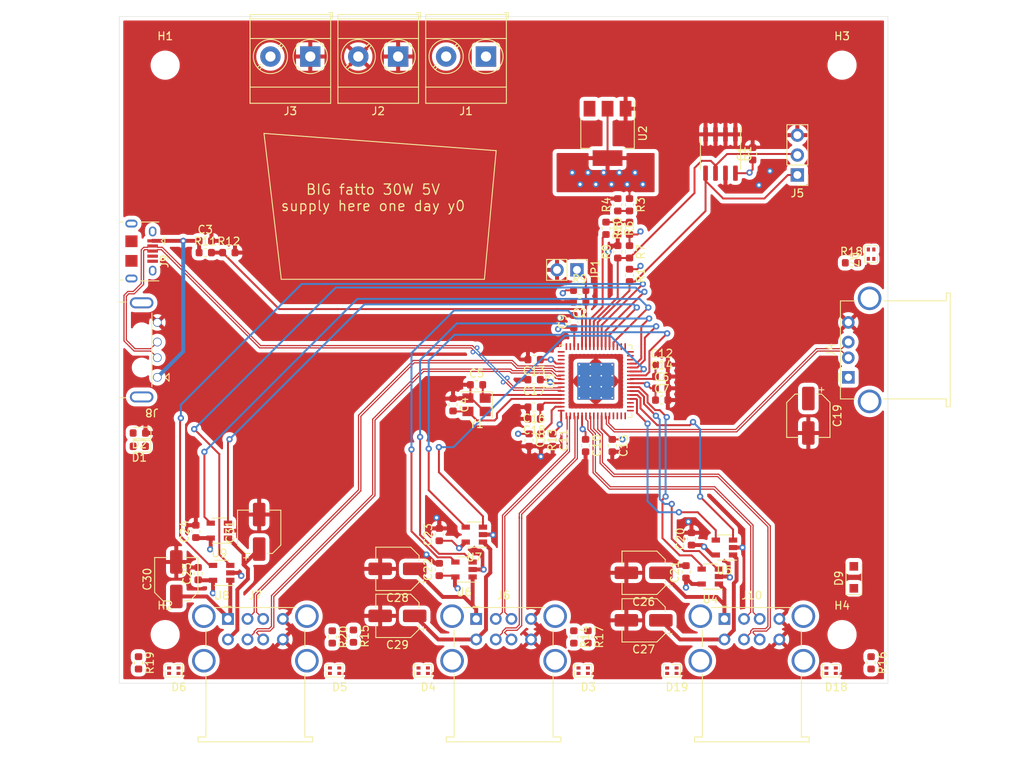
<source format=kicad_pcb>
(kicad_pcb (version 20200119) (host pcbnew "5.99.0-unknown-r17780-ca1ab0af")
  (layers (0 "F.Cu" signal) (1 "In1.Cu" power) (2 "In2.Cu" power) (31 "B.Cu" signal) (34 "B.Paste" user) (35 "F.Paste" user) (36 "B.SilkS" user) (37 "F.SilkS" user) (38 "B.Mask" user) (39 "F.Mask" user) (44 "Edge.Cuts" user))
  (net 0 "")
  (net 1 "Net-(J4-Pad5)")
  (net 2 "Net-(J6-Pad9)")
  (net 3 "Net-(J7-Pad9)")
  (net 4 "GND")
  (net 5 "+5V")
  (net 6 "+3V3")
  (net 7 "/downstream-port-power/DS+")
  (net 8 "/downstream-port-power/DS-")
  (net 9 "/upstream-config-leds/EE_SDA")
  (net 10 "/downstream-port-power/U3-")
  (net 11 "/downstream-port-power/U3+")
  (net 12 "/downstream-port-power/U4+")
  (net 13 "/downstream-port-power/U5-")
  (net 14 "/downstream-port-power/U5+")
  (net 15 "/downstream-port-power/U6-")
  (net 16 "/downstream-port-power/U6+")
  (net 17 "Net-(J8-Pad5)")
  (net 18 "/upstream-config-leds/UP+")
  (net 19 "/upstream-config-leds/UP-")
  (net 20 "Net-(J9-Pad6)")
  (net 21 "Net-(J10-Pad9)")
  (net 22 "/downstream-port-power/U1-")
  (net 23 "/downstream-port-power/U1+")
  (net 24 "/downstream-port-power/U2-")
  (net 25 "/downstream-port-power/U2+")
  (net 26 "/downstream-port-power/EN6")
  (net 27 "/downstream-port-power/OC6")
  (net 28 "/downstream-port-power/OC5")
  (net 29 "/downstream-port-power/EN5")
  (net 30 "/downstream-port-power/EN1")
  (net 31 "/downstream-port-power/OC1")
  (net 32 "/downstream-port-power/OC2")
  (net 33 "/downstream-port-power/EN2")
  (net 34 "/downstream-port-power/EN3")
  (net 35 "/downstream-port-power/OC3")
  (net 36 "/downstream-port-power/OC4")
  (net 37 "/downstream-port-power/EN4")
  (net 38 "/upstream-config-leds/~RESET")
  (net 39 "/upstream-config-leds/VBUS_UP")
  (net 40 "/upstream-config-leds/XTAL1")
  (net 41 "/upstream-config-leds/XTAL2")
  (net 42 "/upstream-config-leds/VDD18")
  (net 43 "/upstream-config-leds/VDD18PLL")
  (net 44 "/downstream-port-power/VBUS1")
  (net 45 "/downstream-port-power/VBUS2")
  (net 46 "/downstream-port-power/VBUS3")
  (net 47 "/downstream-port-power/VBUS4")
  (net 48 "/downstream-port-power/VBUS5")
  (net 49 "/downstream-port-power/VBUS6")
  (net 50 "/upstream-config-leds/CFG_SEL1")
  (net 51 "/upstream-config-leds/CFG_SEL0")
  (net 52 "/upstream-config-leds/CFG_SEL2")
  (net 53 "/upstream-config-leds/RBIAS")
  (net 54 "/upstream-config-leds/CFG_SEL1_A")
  (net 55 "/upstream-config-leds/LED_A1")
  (net 56 "/upstream-config-leds/LED_A2")
  (net 57 "/upstream-config-leds/LED_A3")
  (net 58 "/upstream-config-leds/LED_A4")
  (net 59 "/upstream-config-leds/LED_A5")
  (net 60 "/upstream-config-leds/LED_A6")
  (net 61 "/upstream-config-leds/LED_A7")
  (net 62 "/downstream-port-power/U4-")
  (net 63 "/upstream-config-leds/LED_DRIVE")
  (net 64 "/upstream-config-leds/LA_3-1")
  (net 65 "/upstream-config-leds/LA_4-2")
  (net 66 "/upstream-config-leds/LA_1-3")
  (net 67 "/upstream-config-leds/LA_2-4")
  (net 68 "/upstream-config-leds/LA_6-6")
  (net 69 "/upstream-config-leds/VBUS_DET")
  (net 70 "/upstream-config-leds/LA_7-5")
  (net 71 "/upstream-config-leds/LA_5-DS")
  (module "Connector_USB:USB_A_Plug_SOFNG_USB-05" (layer "F.Cu") (at 102.1 93.1 180)
    (fp_text reference "J8" (at -1.3 -8 180 unlocked) (layer "F.SilkS"))
    (fp_text value "USB_A SOFNG USB-05")
    (pad "1" thru_hole circle (at -2 -3.5 270) (size 1.1 1.1) (drill 0.92) (layers *.Cu *.Mask) (net 39 "/upstream-config-leds/VBUS_UP"))
    (pad "2" thru_hole circle (at -2 -1 270) (size 1.1 1.1) (drill 0.92) (layers *.Cu *.Mask) (net 19 "/upstream-config-leds/UP-"))
    (pad "3" thru_hole circle (at -2 1 270) (size 1.1 1.1) (drill 0.92) (layers *.Cu *.Mask) (net 18 "/upstream-config-leds/UP+"))
    (pad "4" thru_hole circle (at -2 3.5 270) (size 1.1 1.1) (drill 0.92) (layers *.Cu *.Mask) (net 4 "GND"))
    (pad "5" thru_hole oval (at 0 -6 270) (size 1.4 3) (drill oval 0.9 2.5) (layers *.Cu *.Mask) (net 17 "Net-(J8-Pad5)"))
    (pad "5" thru_hole oval (at 0 6 270) (size 1.4 3) (drill oval 0.9 2.5) (layers *.Cu *.Mask) (net 17 "Net-(J8-Pad5)"))
    (pad "" np_thru_hole circle (at 0 -2.25 270) (size 1.5 1.5) (drill 1.5) (layers *.Cu *.Mask))
    (pad "" np_thru_hole circle (at 0 2.25 270) (size 1.5 1.5) (drill 1.5) (layers *.Cu *.Mask))
  )
  (module "Connector_USB:USB_Micro-B_Amphenol_10118194-0001LF_Horizontal" (layer "F.Cu") (at 100.8 80.5 -90)
    (fp_text reference "J9" (at 1.3 -4.2 90) (layer "F.SilkS"))
    (fp_text value "USB_B_Micro (up)")
    (pad "6" thru_hole oval (at 3.5 0 270) (size 1 1.55) (drill oval 0.5 1.15) (layers *.Cu *.Mask) (net 20 "Net-(J9-Pad6)"))
    (pad "6" thru_hole oval (at 2.5 -2.7 270) (size 1.25 0.95) (drill oval 0.85 0.55) (layers *.Cu *.Mask) (net 20 "Net-(J9-Pad6)"))
    (pad "6" smd rect (at 1.25 0 270) (size 1.5 1.55) (layers "F.Cu" "F.Paste" "F.Mask") (net 20 "Net-(J9-Pad6)"))
    (pad "6" smd rect (at -1.25 0 270) (size 1.5 1.55) (layers "F.Cu" "F.Paste" "F.Mask") (net 20 "Net-(J9-Pad6)"))
    (pad "6" thru_hole oval (at -3.5 0 270) (size 1 1.55) (drill oval 0.5 1.15) (layers *.Cu *.Mask) (net 20 "Net-(J9-Pad6)"))
    (pad "6" thru_hole oval (at -2.5 -2.7 270) (size 1.25 0.95) (drill oval 0.85 0.55) (layers *.Cu *.Mask) (net 20 "Net-(J9-Pad6)"))
    (pad "5" smd rect (at 1.3 -2.7 270) (size 0.4 1.35) (layers "F.Cu" "F.Paste" "F.Mask") (net 4 "GND"))
    (pad "4" smd rect (at 0.65 -2.7 270) (size 0.4 1.35) (layers "F.Cu" "F.Paste" "F.Mask"))
    (pad "3" smd rect (at 0 -2.7 270) (size 0.4 1.35) (layers "F.Cu" "F.Paste" "F.Mask") (net 18 "/upstream-config-leds/UP+"))
    (pad "2" smd rect (at -0.65 -2.7 270) (size 0.4 1.35) (layers "F.Cu" "F.Paste" "F.Mask") (net 19 "/upstream-config-leds/UP-"))
    (pad "1" smd rect (at -1.3 -2.7 270) (size 0.4 1.35) (layers "F.Cu" "F.Paste" "F.Mask") (net 39 "/upstream-config-leds/VBUS_UP"))
  )
  (module "Diode_SMD:D_SOD-123F" (layer "F.Cu") (at 192.9 122.1 90)
    (fp_text reference "D9" (at -0.127 -1.905 90) (layer "F.SilkS"))
    (fp_text value "D_Small")
    (pad "2" smd rect (at 1.4 0 90) (size 1.1 1.1) (layers "F.Cu" "F.Paste" "F.Mask") (net 6 "+3V3"))
    (pad "1" smd rect (at -1.4 0 90) (size 1.1 1.1) (layers "F.Cu" "F.Paste" "F.Mask") (net 63 "/upstream-config-leds/LED_DRIVE"))
  )
  (module "LED_SMD:LED_LiteOn_LTST-C295K" (layer "F.Cu") (at 169.7 134)
    (fp_text reference "D19" (at 0.65 2.1 unlocked) (layer "F.SilkS"))
    (fp_text value "LTST-C295KGKRKT")
    (pad "3" smd rect (at 0.6 -0.35 90) (size 0.4 0.5) (layers "F.Cu" "F.Paste" "F.Mask") (net 65 "/upstream-config-leds/LA_4-2"))
    (pad "4" smd rect (at 0.6 0.35 90) (size 0.4 0.5) (layers "F.Cu" "F.Paste" "F.Mask") (net 4 "GND"))
    (pad "1" smd rect (at -0.6 -0.35 90) (size 0.4 0.5) (layers "F.Cu" "F.Paste" "F.Mask") (net 63 "/upstream-config-leds/LED_DRIVE"))
    (pad "2" smd rect (at -0.6 0.35 90) (size 0.4 0.5) (layers "F.Cu" "F.Paste" "F.Mask") (net 65 "/upstream-config-leds/LA_4-2"))
  )
  (module "LED_SMD:LED_LiteOn_LTST-C295K" (layer "F.Cu") (at 190 134)
    (fp_text reference "D18" (at 0.65 2.1 unlocked) (layer "F.SilkS"))
    (fp_text value "LTST-C295KGKRKT")
    (pad "3" smd rect (at 0.6 -0.35 90) (size 0.4 0.5) (layers "F.Cu" "F.Paste" "F.Mask") (net 64 "/upstream-config-leds/LA_3-1"))
    (pad "4" smd rect (at 0.6 0.35 90) (size 0.4 0.5) (layers "F.Cu" "F.Paste" "F.Mask") (net 4 "GND"))
    (pad "1" smd rect (at -0.6 -0.35 90) (size 0.4 0.5) (layers "F.Cu" "F.Paste" "F.Mask") (net 63 "/upstream-config-leds/LED_DRIVE"))
    (pad "2" smd rect (at -0.6 0.35 90) (size 0.4 0.5) (layers "F.Cu" "F.Paste" "F.Mask") (net 64 "/upstream-config-leds/LA_3-1"))
  )
  (module "LED_SMD:LED_LiteOn_LTST-C295K" (layer "F.Cu") (at 195.1 80.9 -90)
    (fp_text reference "D7" (at 0.65 2.1 -90 unlocked) (layer "F.SilkS"))
    (fp_text value "LTST-C295KGKRKT")
    (pad "3" smd rect (at 0.6 -0.35) (size 0.4 0.5) (layers "F.Cu" "F.Paste" "F.Mask") (net 71 "/upstream-config-leds/LA_5-DS"))
    (pad "4" smd rect (at 0.6 0.35) (size 0.4 0.5) (layers "F.Cu" "F.Paste" "F.Mask") (net 4 "GND"))
    (pad "1" smd rect (at -0.6 -0.35) (size 0.4 0.5) (layers "F.Cu" "F.Paste" "F.Mask") (net 63 "/upstream-config-leds/LED_DRIVE"))
    (pad "2" smd rect (at -0.6 0.35) (size 0.4 0.5) (layers "F.Cu" "F.Paste" "F.Mask") (net 71 "/upstream-config-leds/LA_5-DS"))
  )
  (module "LED_SMD:LED_LiteOn_LTST-C295K" (layer "F.Cu") (at 106.2 134)
    (fp_text reference "D6" (at 0.65 2.1 unlocked) (layer "F.SilkS"))
    (fp_text value "LTST-C295KGKRKT")
    (pad "3" smd rect (at 0.6 -0.35 90) (size 0.4 0.5) (layers "F.Cu" "F.Paste" "F.Mask") (net 68 "/upstream-config-leds/LA_6-6"))
    (pad "4" smd rect (at 0.6 0.35 90) (size 0.4 0.5) (layers "F.Cu" "F.Paste" "F.Mask") (net 4 "GND"))
    (pad "1" smd rect (at -0.6 -0.35 90) (size 0.4 0.5) (layers "F.Cu" "F.Paste" "F.Mask") (net 63 "/upstream-config-leds/LED_DRIVE"))
    (pad "2" smd rect (at -0.6 0.35 90) (size 0.4 0.5) (layers "F.Cu" "F.Paste" "F.Mask") (net 68 "/upstream-config-leds/LA_6-6"))
  )
  (module "LED_SMD:LED_LiteOn_LTST-C295K" (layer "F.Cu") (at 126.7 134)
    (fp_text reference "D5" (at 0.65 2.1 unlocked) (layer "F.SilkS"))
    (fp_text value "LTST-C295KGKRKT")
    (pad "3" smd rect (at 0.6 -0.35 90) (size 0.4 0.5) (layers "F.Cu" "F.Paste" "F.Mask") (net 70 "/upstream-config-leds/LA_7-5"))
    (pad "4" smd rect (at 0.6 0.35 90) (size 0.4 0.5) (layers "F.Cu" "F.Paste" "F.Mask") (net 4 "GND"))
    (pad "1" smd rect (at -0.6 -0.35 90) (size 0.4 0.5) (layers "F.Cu" "F.Paste" "F.Mask") (net 63 "/upstream-config-leds/LED_DRIVE"))
    (pad "2" smd rect (at -0.6 0.35 90) (size 0.4 0.5) (layers "F.Cu" "F.Paste" "F.Mask") (net 70 "/upstream-config-leds/LA_7-5"))
  )
  (module "LED_SMD:LED_LiteOn_LTST-C295K" (layer "F.Cu") (at 138 134)
    (fp_text reference "D4" (at 0.65 2.1 unlocked) (layer "F.SilkS"))
    (fp_text value "LTST-C295KGKRKT")
    (pad "3" smd rect (at 0.6 -0.35 90) (size 0.4 0.5) (layers "F.Cu" "F.Paste" "F.Mask") (net 67 "/upstream-config-leds/LA_2-4"))
    (pad "4" smd rect (at 0.6 0.35 90) (size 0.4 0.5) (layers "F.Cu" "F.Paste" "F.Mask") (net 4 "GND"))
    (pad "1" smd rect (at -0.6 -0.35 90) (size 0.4 0.5) (layers "F.Cu" "F.Paste" "F.Mask") (net 63 "/upstream-config-leds/LED_DRIVE"))
    (pad "2" smd rect (at -0.6 0.35 90) (size 0.4 0.5) (layers "F.Cu" "F.Paste" "F.Mask") (net 67 "/upstream-config-leds/LA_2-4"))
  )
  (module "LED_SMD:LED_LiteOn_LTST-C295K" (layer "F.Cu") (at 158.4 134)
    (fp_text reference "D3" (at 0.65 2.1 unlocked) (layer "F.SilkS"))
    (fp_text value "LTST-C295KGKRKT")
    (pad "3" smd rect (at 0.6 -0.35 90) (size 0.4 0.5) (layers "F.Cu" "F.Paste" "F.Mask") (net 66 "/upstream-config-leds/LA_1-3"))
    (pad "4" smd rect (at 0.6 0.35 90) (size 0.4 0.5) (layers "F.Cu" "F.Paste" "F.Mask") (net 4 "GND"))
    (pad "1" smd rect (at -0.6 -0.35 90) (size 0.4 0.5) (layers "F.Cu" "F.Paste" "F.Mask") (net 63 "/upstream-config-leds/LED_DRIVE"))
    (pad "2" smd rect (at -0.6 0.35 90) (size 0.4 0.5) (layers "F.Cu" "F.Paste" "F.Mask") (net 66 "/upstream-config-leds/LA_1-3"))
  )
  (module "MountingHole:MountingHole_2.7mm_M2.5" (layer "F.Cu") (at 191.4 129.4)
    (fp_text reference "H4" (at 0 -3.7) (layer "F.SilkS"))
    (fp_text value "MountingHole")
    (pad "1" np_thru_hole circle (at 0 0) (size 2.7 2.7) (drill 2.7) (layers *.Cu *.Mask))
  )
  (module "MountingHole:MountingHole_2.7mm_M2.5" (layer "F.Cu") (at 191.4 56.8)
    (fp_text reference "H3" (at 0 -3.7) (layer "F.SilkS"))
    (fp_text value "MountingHole")
    (pad "1" np_thru_hole circle (at 0 0) (size 2.7 2.7) (drill 2.7) (layers *.Cu *.Mask))
  )
  (module "MountingHole:MountingHole_2.7mm_M2.5" (layer "F.Cu") (at 105.1 129.4)
    (fp_text reference "H2" (at 0 -3.7) (layer "F.SilkS"))
    (fp_text value "MountingHole")
    (pad "1" np_thru_hole circle (at 0 0) (size 2.7 2.7) (drill 2.7) (layers *.Cu *.Mask))
  )
  (module "MountingHole:MountingHole_2.7mm_M2.5" (layer "F.Cu") (at 105.1 56.8)
    (fp_text reference "H1" (at 0 -3.7) (layer "F.SilkS"))
    (fp_text value "MountingHole")
    (pad "1" np_thru_hole circle (at 0 0) (size 2.7 2.7) (drill 2.7) (layers *.Cu *.Mask))
  )
  (module "Connector_USB:USB_A_Stewart_SS-52100-001_Horizontal" (layer "F.Cu") (at 192.2 96.6 90)
    (fp_text reference "J4" (at 3.5 -2.26 90) (layer "F.SilkS"))
    (fp_text value "USB_A (female down)")
    (pad "4" thru_hole circle (at 7 0 90) (size 1.6 1.6) (drill 0.92) (layers *.Cu *.Mask) (net 4 "GND"))
    (pad "3" thru_hole circle (at 4.5 0 90) (size 1.6 1.6) (drill 0.92) (layers *.Cu *.Mask) (net 7 "/downstream-port-power/DS+"))
    (pad "2" thru_hole circle (at 2.5 0 90) (size 1.6 1.6) (drill 0.92) (layers *.Cu *.Mask) (net 8 "/downstream-port-power/DS-"))
    (pad "1" thru_hole rect (at 0 0 90) (size 1.6 1.6) (drill 0.92) (layers *.Cu *.Mask) (net 5 "+5V"))
    (pad "5" thru_hole circle (at -3.07 2.71 90) (size 3 3) (drill 2.3) (layers *.Cu *.Mask) (net 1 "Net-(J4-Pad5)"))
    (pad "5" thru_hole circle (at 10.07 2.71 90) (size 3 3) (drill 2.3) (layers *.Cu *.Mask) (net 1 "Net-(J4-Pad5)"))
  )
  (module "Package_TO_SOT_SMD:SOT-23-5" (layer "F.Cu") (at 176.4 118.3 180)
    (fp_text reference "U5" (at 0 -2.9) (layer "F.SilkS"))
    (fp_text value "APL3511C")
    (pad "5" smd rect (at 1.1 -0.95 180) (size 1.06 0.65) (layers "F.Cu" "F.Paste" "F.Mask") (net 5 "+5V"))
    (pad "4" smd rect (at 1.1 0.95 180) (size 1.06 0.65) (layers "F.Cu" "F.Paste" "F.Mask") (net 33 "/downstream-port-power/EN2"))
    (pad "3" smd rect (at -1.1 0.95 180) (size 1.06 0.65) (layers "F.Cu" "F.Paste" "F.Mask") (net 32 "/downstream-port-power/OC2"))
    (pad "2" smd rect (at -1.1 0 180) (size 1.06 0.65) (layers "F.Cu" "F.Paste" "F.Mask") (net 4 "GND"))
    (pad "1" smd rect (at -1.1 -0.95 180) (size 1.06 0.65) (layers "F.Cu" "F.Paste" "F.Mask") (net 45 "/downstream-port-power/VBUS2"))
  )
  (module "Package_TO_SOT_SMD:SOT-23-5" (layer "F.Cu") (at 143.2 121.1 180)
    (fp_text reference "U6" (at 0 -2.9) (layer "F.SilkS"))
    (fp_text value "APL3511C")
    (pad "5" smd rect (at 1.1 -0.95 180) (size 1.06 0.65) (layers "F.Cu" "F.Paste" "F.Mask") (net 5 "+5V"))
    (pad "4" smd rect (at 1.1 0.95 180) (size 1.06 0.65) (layers "F.Cu" "F.Paste" "F.Mask") (net 34 "/downstream-port-power/EN3"))
    (pad "3" smd rect (at -1.1 0.95 180) (size 1.06 0.65) (layers "F.Cu" "F.Paste" "F.Mask") (net 35 "/downstream-port-power/OC3"))
    (pad "2" smd rect (at -1.1 0 180) (size 1.06 0.65) (layers "F.Cu" "F.Paste" "F.Mask") (net 4 "GND"))
    (pad "1" smd rect (at -1.1 -0.95 180) (size 1.06 0.65) (layers "F.Cu" "F.Paste" "F.Mask") (net 46 "/downstream-port-power/VBUS3"))
  )
  (module "Connector_USB:USB_A_Wuerth_61400826021_Horizontal_Stacked" (layer "F.Cu") (at 176.4 127.4)
    (fp_text reference "J10" (at 3.5 -3) (layer "F.SilkS"))
    (fp_text value "USB_A_DUAL")
    (pad "9" thru_hole circle (at 10.07 -0.35) (size 3 3) (drill 2.3) (layers *.Cu *.Mask) (net 21 "Net-(J10-Pad9)"))
    (pad "9" thru_hole circle (at -3.07 -0.35) (size 3 3) (drill 2.3) (layers *.Cu *.Mask) (net 21 "Net-(J10-Pad9)"))
    (pad "1" thru_hole rect (at 0 0) (size 1.5 1.5) (drill 0.92) (layers *.Cu *.Mask) (net 44 "/downstream-port-power/VBUS1"))
    (pad "2" thru_hole circle (at 2.5 0) (size 1.5 1.5) (drill 0.92) (layers *.Cu *.Mask) (net 22 "/downstream-port-power/U1-"))
    (pad "3" thru_hole circle (at 4.5 0) (size 1.5 1.5) (drill 0.92) (layers *.Cu *.Mask) (net 23 "/downstream-port-power/U1+"))
    (pad "4" thru_hole circle (at 7 0) (size 1.5 1.5) (drill 0.92) (layers *.Cu *.Mask) (net 4 "GND"))
    (pad "9" thru_hole circle (at -3.07 5.33) (size 3 3) (drill 2.3) (layers *.Cu *.Mask) (net 21 "Net-(J10-Pad9)"))
    (pad "9" thru_hole circle (at 10.07 5.33) (size 3 3) (drill 2.3) (layers *.Cu *.Mask) (net 21 "Net-(J10-Pad9)"))
    (pad "5" thru_hole circle (at 0 2.62) (size 1.5 1.5) (drill 0.92) (layers *.Cu *.Mask) (net 45 "/downstream-port-power/VBUS2"))
    (pad "6" thru_hole circle (at 2.5 2.62) (size 1.5 1.5) (drill 0.92) (layers *.Cu *.Mask) (net 24 "/downstream-port-power/U2-"))
    (pad "7" thru_hole circle (at 4.5 2.62) (size 1.5 1.5) (drill 0.92) (layers *.Cu *.Mask) (net 25 "/downstream-port-power/U2+"))
    (pad "8" thru_hole circle (at 7 2.62) (size 1.5 1.5) (drill 0.92) (layers *.Cu *.Mask) (net 4 "GND"))
  )
  (module "Connector_USB:USB_A_Wuerth_61400826021_Horizontal_Stacked" (layer "F.Cu") (at 113.1 127.4)
    (fp_text reference "J7" (at 3.5 -3) (layer "F.SilkS"))
    (fp_text value "USB_A_DUAL")
    (pad "9" thru_hole circle (at 10.07 -0.35) (size 3 3) (drill 2.3) (layers *.Cu *.Mask) (net 3 "Net-(J7-Pad9)"))
    (pad "9" thru_hole circle (at -3.07 -0.35) (size 3 3) (drill 2.3) (layers *.Cu *.Mask) (net 3 "Net-(J7-Pad9)"))
    (pad "1" thru_hole rect (at 0 0) (size 1.5 1.5) (drill 0.92) (layers *.Cu *.Mask) (net 48 "/downstream-port-power/VBUS5"))
    (pad "2" thru_hole circle (at 2.5 0) (size 1.5 1.5) (drill 0.92) (layers *.Cu *.Mask) (net 13 "/downstream-port-power/U5-"))
    (pad "3" thru_hole circle (at 4.5 0) (size 1.5 1.5) (drill 0.92) (layers *.Cu *.Mask) (net 14 "/downstream-port-power/U5+"))
    (pad "4" thru_hole circle (at 7 0) (size 1.5 1.5) (drill 0.92) (layers *.Cu *.Mask) (net 4 "GND"))
    (pad "9" thru_hole circle (at -3.07 5.33) (size 3 3) (drill 2.3) (layers *.Cu *.Mask) (net 3 "Net-(J7-Pad9)"))
    (pad "9" thru_hole circle (at 10.07 5.33) (size 3 3) (drill 2.3) (layers *.Cu *.Mask) (net 3 "Net-(J7-Pad9)"))
    (pad "5" thru_hole circle (at 0 2.62) (size 1.5 1.5) (drill 0.92) (layers *.Cu *.Mask) (net 49 "/downstream-port-power/VBUS6"))
    (pad "6" thru_hole circle (at 2.5 2.62) (size 1.5 1.5) (drill 0.92) (layers *.Cu *.Mask) (net 15 "/downstream-port-power/U6-"))
    (pad "7" thru_hole circle (at 4.5 2.62) (size 1.5 1.5) (drill 0.92) (layers *.Cu *.Mask) (net 16 "/downstream-port-power/U6+"))
    (pad "8" thru_hole circle (at 7 2.62) (size 1.5 1.5) (drill 0.92) (layers *.Cu *.Mask) (net 4 "GND"))
  )
  (module "Connector_USB:USB_A_Wuerth_61400826021_Horizontal_Stacked" (layer "F.Cu") (at 144.75 127.4)
    (fp_text reference "J6" (at 3.5 -3) (layer "F.SilkS"))
    (fp_text value "USB_A_DUAL")
    (pad "9" thru_hole circle (at 10.07 -0.35) (size 3 3) (drill 2.3) (layers *.Cu *.Mask) (net 2 "Net-(J6-Pad9)"))
    (pad "9" thru_hole circle (at -3.07 -0.35) (size 3 3) (drill 2.3) (layers *.Cu *.Mask) (net 2 "Net-(J6-Pad9)"))
    (pad "1" thru_hole rect (at 0 0) (size 1.5 1.5) (drill 0.92) (layers *.Cu *.Mask) (net 46 "/downstream-port-power/VBUS3"))
    (pad "2" thru_hole circle (at 2.5 0) (size 1.5 1.5) (drill 0.92) (layers *.Cu *.Mask) (net 10 "/downstream-port-power/U3-"))
    (pad "3" thru_hole circle (at 4.5 0) (size 1.5 1.5) (drill 0.92) (layers *.Cu *.Mask) (net 11 "/downstream-port-power/U3+"))
    (pad "4" thru_hole circle (at 7 0) (size 1.5 1.5) (drill 0.92) (layers *.Cu *.Mask) (net 4 "GND"))
    (pad "9" thru_hole circle (at -3.07 5.33) (size 3 3) (drill 2.3) (layers *.Cu *.Mask) (net 2 "Net-(J6-Pad9)"))
    (pad "9" thru_hole circle (at 10.07 5.33) (size 3 3) (drill 2.3) (layers *.Cu *.Mask) (net 2 "Net-(J6-Pad9)"))
    (pad "5" thru_hole circle (at 0 2.62) (size 1.5 1.5) (drill 0.92) (layers *.Cu *.Mask) (net 47 "/downstream-port-power/VBUS4"))
    (pad "6" thru_hole circle (at 2.5 2.62) (size 1.5 1.5) (drill 0.92) (layers *.Cu *.Mask) (net 62 "/downstream-port-power/U4-"))
    (pad "7" thru_hole circle (at 4.5 2.62) (size 1.5 1.5) (drill 0.92) (layers *.Cu *.Mask) (net 12 "/downstream-port-power/U4+"))
    (pad "8" thru_hole circle (at 7 2.62) (size 1.5 1.5) (drill 0.92) (layers *.Cu *.Mask) (net 4 "GND"))
  )
  (module "Package_DFN_QFN:QFN-64-1EP_9x9mm_P0.5mm_EP4.7x4.7mm_ThermalVias" (layer "F.Cu") (at 160 97.1 90)
    (fp_text reference "U3" (at 0 -5.8 90) (layer "F.SilkS"))
    (fp_text value "USB2517")
    (pad "65" smd rect (at 0 0 90) (size 4.7 4.7) (layers "B.Cu") (net 4 "GND"))
    (pad "65" thru_hole circle (at 2.1 2.1 90) (size 0.5 0.5) (drill 0.2) (layers *.Cu) (net 4 "GND"))
    (pad "65" thru_hole circle (at 0.7 2.1 90) (size 0.5 0.5) (drill 0.2) (layers *.Cu) (net 4 "GND"))
    (pad "65" thru_hole circle (at -0.7 2.1 90) (size 0.5 0.5) (drill 0.2) (layers *.Cu) (net 4 "GND"))
    (pad "65" thru_hole circle (at -2.1 2.1 90) (size 0.5 0.5) (drill 0.2) (layers *.Cu) (net 4 "GND"))
    (pad "65" thru_hole circle (at 2.1 0.7 90) (size 0.5 0.5) (drill 0.2) (layers *.Cu) (net 4 "GND"))
    (pad "65" thru_hole circle (at 0.7 0.7 90) (size 0.5 0.5) (drill 0.2) (layers *.Cu) (net 4 "GND"))
    (pad "65" thru_hole circle (at -0.7 0.7 90) (size 0.5 0.5) (drill 0.2) (layers *.Cu) (net 4 "GND"))
    (pad "65" thru_hole circle (at -2.1 0.7 90) (size 0.5 0.5) (drill 0.2) (layers *.Cu) (net 4 "GND"))
    (pad "65" thru_hole circle (at 2.1 -0.7 90) (size 0.5 0.5) (drill 0.2) (layers *.Cu) (net 4 "GND"))
    (pad "65" thru_hole circle (at 0.7 -0.7 90) (size 0.5 0.5) (drill 0.2) (layers *.Cu) (net 4 "GND"))
    (pad "65" thru_hole circle (at -0.7 -0.7 90) (size 0.5 0.5) (drill 0.2) (layers *.Cu) (net 4 "GND"))
    (pad "65" thru_hole circle (at -2.1 -0.7 90) (size 0.5 0.5) (drill 0.2) (layers *.Cu) (net 4 "GND"))
    (pad "65" thru_hole circle (at 2.1 -2.1 90) (size 0.5 0.5) (drill 0.2) (layers *.Cu) (net 4 "GND"))
    (pad "65" thru_hole circle (at 0.7 -2.1 90) (size 0.5 0.5) (drill 0.2) (layers *.Cu) (net 4 "GND"))
    (pad "65" thru_hole circle (at -0.7 -2.1 90) (size 0.5 0.5) (drill 0.2) (layers *.Cu) (net 4 "GND"))
    (pad "65" thru_hole circle (at -2.1 -2.1 90) (size 0.5 0.5) (drill 0.2) (layers *.Cu) (net 4 "GND"))
    (pad "65" smd rect (at 0 0 90) (size 4.7 4.7) (layers "F.Cu" "F.Mask") (net 4 "GND"))
    (pad "64" smd roundrect (at -3.75 -4.4125 90) (size 0.2 0.875) (layers "F.Cu" "F.Paste" "F.Mask") (net 6 "+3V3"))
    (pad "63" smd roundrect (at -3.25 -4.4125 90) (size 0.2 0.875) (layers "F.Cu" "F.Paste" "F.Mask") (net 53 "/upstream-config-leds/RBIAS"))
    (pad "62" smd roundrect (at -2.75 -4.4125 90) (size 0.2 0.875) (layers "F.Cu" "F.Paste" "F.Mask") (net 43 "/upstream-config-leds/VDD18PLL"))
    (pad "61" smd roundrect (at -2.25 -4.4125 90) (size 0.2 0.875) (layers "F.Cu" "F.Paste" "F.Mask") (net 40 "/upstream-config-leds/XTAL1"))
    (pad "60" smd roundrect (at -1.75 -4.4125 90) (size 0.2 0.875) (layers "F.Cu" "F.Paste" "F.Mask") (net 41 "/upstream-config-leds/XTAL2"))
    (pad "59" smd roundrect (at -1.25 -4.4125 90) (size 0.2 0.875) (layers "F.Cu" "F.Paste" "F.Mask") (net 18 "/upstream-config-leds/UP+"))
    (pad "58" smd roundrect (at -0.75 -4.4125 90) (size 0.2 0.875) (layers "F.Cu" "F.Paste" "F.Mask") (net 19 "/upstream-config-leds/UP-"))
    (pad "57" smd roundrect (at -0.25 -4.4125 90) (size 0.2 0.875) (layers "F.Cu" "F.Paste" "F.Mask") (net 6 "+3V3"))
    (pad "56" smd roundrect (at 0.25 -4.4125 90) (size 0.2 0.875) (layers "F.Cu" "F.Paste" "F.Mask") (net 16 "/downstream-port-power/U6+"))
    (pad "55" smd roundrect (at 0.75 -4.4125 90) (size 0.2 0.875) (layers "F.Cu" "F.Paste" "F.Mask") (net 15 "/downstream-port-power/U6-"))
    (pad "54" smd roundrect (at 1.25 -4.4125 90) (size 0.2 0.875) (layers "F.Cu" "F.Paste" "F.Mask") (net 14 "/downstream-port-power/U5+"))
    (pad "53" smd roundrect (at 1.75 -4.4125 90) (size 0.2 0.875) (layers "F.Cu" "F.Paste" "F.Mask") (net 13 "/downstream-port-power/U5-"))
    (pad "52" smd roundrect (at 2.25 -4.4125 90) (size 0.2 0.875) (layers "F.Cu" "F.Paste" "F.Mask") (net 6 "+3V3"))
    (pad "51" smd roundrect (at 2.75 -4.4125 90) (size 0.2 0.875) (layers "F.Cu" "F.Paste" "F.Mask") (net 55 "/upstream-config-leds/LED_A1"))
    (pad "50" smd roundrect (at 3.25 -4.4125 90) (size 0.2 0.875) (layers "F.Cu" "F.Paste" "F.Mask"))
    (pad "49" smd roundrect (at 3.75 -4.4125 90) (size 0.2 0.875) (layers "F.Cu" "F.Paste" "F.Mask") (net 56 "/upstream-config-leds/LED_A2"))
    (pad "48" smd roundrect (at 4.4125 -3.75 90) (size 0.875 0.2) (layers "F.Cu" "F.Paste" "F.Mask"))
    (pad "47" smd roundrect (at 4.4125 -3.25 90) (size 0.875 0.2) (layers "F.Cu" "F.Paste" "F.Mask") (net 57 "/upstream-config-leds/LED_A3"))
    (pad "46" smd roundrect (at 4.4125 -2.75 90) (size 0.875 0.2) (layers "F.Cu" "F.Paste" "F.Mask") (net 6 "+3V3"))
    (pad "45" smd roundrect (at 4.4125 -2.25 90) (size 0.875 0.2) (layers "F.Cu" "F.Paste" "F.Mask"))
    (pad "44" smd roundrect (at 4.4125 -1.75 90) (size 0.875 0.2) (layers "F.Cu" "F.Paste" "F.Mask") (net 69 "/upstream-config-leds/VBUS_DET"))
    (pad "43" smd roundrect (at 4.4125 -1.25 90) (size 0.875 0.2) (layers "F.Cu" "F.Paste" "F.Mask") (net 38 "/upstream-config-leds/~RESET"))
    (pad "42" smd roundrect (at 4.4125 -0.75 90) (size 0.875 0.2) (layers "F.Cu" "F.Paste" "F.Mask") (net 54 "/upstream-config-leds/CFG_SEL1_A"))
    (pad "41" smd roundrect (at 4.4125 -0.25 90) (size 0.875 0.2) (layers "F.Cu" "F.Paste" "F.Mask") (net 51 "/upstream-config-leds/CFG_SEL0"))
    (pad "40" smd roundrect (at 4.4125 0.25 90) (size 0.875 0.2) (layers "F.Cu" "F.Paste" "F.Mask") (net 9 "/upstream-config-leds/EE_SDA"))
    (pad "39" smd roundrect (at 4.4125 0.75 90) (size 0.875 0.2) (layers "F.Cu" "F.Paste" "F.Mask") (net 29 "/downstream-port-power/EN5"))
    (pad "38" smd roundrect (at 4.4125 1.25 90) (size 0.875 0.2) (layers "F.Cu" "F.Paste" "F.Mask") (net 28 "/downstream-port-power/OC5"))
    (pad "37" smd roundrect (at 4.4125 1.75 90) (size 0.875 0.2) (layers "F.Cu" "F.Paste" "F.Mask") (net 27 "/downstream-port-power/OC6"))
    (pad "36" smd roundrect (at 4.4125 2.25 90) (size 0.875 0.2) (layers "F.Cu" "F.Paste" "F.Mask") (net 26 "/downstream-port-power/EN6"))
    (pad "35" smd roundrect (at 4.4125 2.75 90) (size 0.875 0.2) (layers "F.Cu" "F.Paste" "F.Mask"))
    (pad "34" smd roundrect (at 4.4125 3.25 90) (size 0.875 0.2) (layers "F.Cu" "F.Paste" "F.Mask"))
    (pad "33" smd roundrect (at 4.4125 3.75 90) (size 0.875 0.2) (layers "F.Cu" "F.Paste" "F.Mask") (net 58 "/upstream-config-leds/LED_A4"))
    (pad "32" smd roundrect (at 3.75 4.4125 90) (size 0.2 0.875) (layers "F.Cu" "F.Paste" "F.Mask"))
    (pad "31" smd roundrect (at 3.25 4.4125 90) (size 0.2 0.875) (layers "F.Cu" "F.Paste" "F.Mask") (net 59 "/upstream-config-leds/LED_A5"))
    (pad "30" smd roundrect (at 2.75 4.4125 90) (size 0.2 0.875) (layers "F.Cu" "F.Paste" "F.Mask"))
    (pad "29" smd roundrect (at 2.25 4.4125 90) (size 0.2 0.875) (layers "F.Cu" "F.Paste" "F.Mask") (net 34 "/downstream-port-power/EN3"))
    (pad "28" smd roundrect (at 1.75 4.4125 90) (size 0.2 0.875) (layers "F.Cu" "F.Paste" "F.Mask") (net 35 "/downstream-port-power/OC3"))
    (pad "27" smd roundrect (at 1.25 4.4125 90) (size 0.2 0.875) (layers "F.Cu" "F.Paste" "F.Mask") (net 36 "/downstream-port-power/OC4"))
    (pad "26" smd roundrect (at 0.75 4.4125 90) (size 0.2 0.875) (layers "F.Cu" "F.Paste" "F.Mask") (net 37 "/downstream-port-power/EN4"))
    (pad "25" smd roundrect (at 0.25 4.4125 90) (size 0.2 0.875) (layers "F.Cu" "F.Paste" "F.Mask") (net 42 "/upstream-config-leds/VDD18"))
    (pad "24" smd roundrect (at -0.25 4.4125 90) (size 0.2 0.875) (layers "F.Cu" "F.Paste" "F.Mask") (net 6 "+3V3"))
    (pad "23" smd roundrect (at -0.75 4.4125 90) (size 0.2 0.875) (layers "F.Cu" "F.Paste" "F.Mask") (net 30 "/downstream-port-power/EN1"))
    (pad "22" smd roundrect (at -1.25 4.4125 90) (size 0.2 0.875) (layers "F.Cu" "F.Paste" "F.Mask") (net 31 "/downstream-port-power/OC1"))
    (pad "21" smd roundrect (at -1.75 4.4125 90) (size 0.2 0.875) (layers "F.Cu" "F.Paste" "F.Mask") (net 32 "/downstream-port-power/OC2"))
    (pad "20" smd roundrect (at -2.25 4.4125 90) (size 0.2 0.875) (layers "F.Cu" "F.Paste" "F.Mask") (net 33 "/downstream-port-power/EN2"))
    (pad "19" smd roundrect (at -2.75 4.4125 90) (size 0.2 0.875) (layers "F.Cu" "F.Paste" "F.Mask") (net 4 "GND"))
    (pad "18" smd roundrect (at -3.25 4.4125 90) (size 0.2 0.875) (layers "F.Cu" "F.Paste" "F.Mask"))
    (pad "17" smd roundrect (at -3.75 4.4125 90) (size 0.2 0.875) (layers "F.Cu" "F.Paste" "F.Mask") (net 60 "/upstream-config-leds/LED_A6"))
    (pad "16" smd roundrect (at -4.4125 3.75 90) (size 0.875 0.2) (layers "F.Cu" "F.Paste" "F.Mask"))
    (pad "15" smd roundrect (at -4.4125 3.25 90) (size 0.875 0.2) (layers "F.Cu" "F.Paste" "F.Mask") (net 61 "/upstream-config-leds/LED_A7"))
    (pad "14" smd roundrect (at -4.4125 2.75 90) (size 0.875 0.2) (layers "F.Cu" "F.Paste" "F.Mask"))
    (pad "13" smd roundrect (at -4.4125 2.25 90) (size 0.875 0.2) (layers "F.Cu" "F.Paste" "F.Mask") (net 52 "/upstream-config-leds/CFG_SEL2"))
    (pad "12" smd roundrect (at -4.4125 1.75 90) (size 0.875 0.2) (layers "F.Cu" "F.Paste" "F.Mask") (net 7 "/downstream-port-power/DS+"))
    (pad "11" smd roundrect (at -4.4125 1.25 90) (size 0.875 0.2) (layers "F.Cu" "F.Paste" "F.Mask") (net 8 "/downstream-port-power/DS-"))
    (pad "10" smd roundrect (at -4.4125 0.75 90) (size 0.875 0.2) (layers "F.Cu" "F.Paste" "F.Mask") (net 6 "+3V3"))
    (pad "9" smd roundrect (at -4.4125 0.25 90) (size 0.875 0.2) (layers "F.Cu" "F.Paste" "F.Mask") (net 25 "/downstream-port-power/U2+"))
    (pad "8" smd roundrect (at -4.4125 -0.25 90) (size 0.875 0.2) (layers "F.Cu" "F.Paste" "F.Mask") (net 24 "/downstream-port-power/U2-"))
    (pad "7" smd roundrect (at -4.4125 -0.75 90) (size 0.875 0.2) (layers "F.Cu" "F.Paste" "F.Mask") (net 23 "/downstream-port-power/U1+"))
    (pad "6" smd roundrect (at -4.4125 -1.25 90) (size 0.875 0.2) (layers "F.Cu" "F.Paste" "F.Mask") (net 22 "/downstream-port-power/U1-"))
    (pad "5" smd roundrect (at -4.4125 -1.75 90) (size 0.875 0.2) (layers "F.Cu" "F.Paste" "F.Mask") (net 6 "+3V3"))
    (pad "4" smd roundrect (at -4.4125 -2.25 90) (size 0.875 0.2) (layers "F.Cu" "F.Paste" "F.Mask") (net 12 "/downstream-port-power/U4+"))
    (pad "3" smd roundrect (at -4.4125 -2.75 90) (size 0.875 0.2) (layers "F.Cu" "F.Paste" "F.Mask") (net 62 "/downstream-port-power/U4-"))
    (pad "2" smd roundrect (at -4.4125 -3.25 90) (size 0.875 0.2) (layers "F.Cu" "F.Paste" "F.Mask") (net 11 "/downstream-port-power/U3+"))
    (pad "1" smd roundrect (at -4.4125 -3.75 90) (size 0.875 0.2) (layers "F.Cu" "F.Paste" "F.Mask") (net 10 "/downstream-port-power/U3-"))
  )
  (module "Crystal:Crystal_SMD_3225-4Pin_3.2x2.5mm" (layer "F.Cu") (at 144.8 100.1 180)
    (fp_text reference "Y1" (at 0 -2.45) (layer "F.SilkS"))
    (fp_text value "24MHz")
    (pad "4" smd rect (at -1.1 -0.85 180) (size 1.4 1.2) (layers "F.Cu" "F.Paste" "F.Mask") (net 4 "GND"))
    (pad "3" smd rect (at 1.1 -0.85 180) (size 1.4 1.2) (layers "F.Cu" "F.Paste" "F.Mask") (net 40 "/upstream-config-leds/XTAL1"))
    (pad "2" smd rect (at 1.1 0.85 180) (size 1.4 1.2) (layers "F.Cu" "F.Paste" "F.Mask") (net 4 "GND"))
    (pad "1" smd rect (at -1.1 0.85 180) (size 1.4 1.2) (layers "F.Cu" "F.Paste" "F.Mask") (net 41 "/upstream-config-leds/XTAL2"))
  )
  (module "TerminalBlock_Phoenix:TerminalBlock_Phoenix_MKDS-3-2-5.08_1x02_P5.08mm_Horizontal" (layer "F.Cu") (at 123.6 55.7 180)
    (fp_text reference "J3" (at 2.54 -6.96) (layer "F.SilkS"))
    (fp_text value "V_EXT")
    (pad "2" thru_hole circle (at 5.08 0 180) (size 2.6 2.6) (drill 1.3) (layers *.Cu *.Mask))
    (pad "1" thru_hole rect (at 0 0 180) (size 2.6 2.6) (drill 1.3) (layers *.Cu *.Mask) (net 4 "GND"))
  )
  (module "TerminalBlock_Phoenix:TerminalBlock_Phoenix_MKDS-3-2-5.08_1x02_P5.08mm_Horizontal" (layer "F.Cu") (at 134.8 55.7 180)
    (fp_text reference "J2" (at 2.54 -6.96) (layer "F.SilkS"))
    (fp_text value "GND")
    (pad "2" thru_hole circle (at 5.08 0 180) (size 2.6 2.6) (drill 1.3) (layers *.Cu *.Mask) (net 4 "GND"))
    (pad "1" thru_hole rect (at 0 0 180) (size 2.6 2.6) (drill 1.3) (layers *.Cu *.Mask) (net 4 "GND"))
  )
  (module "TerminalBlock_Phoenix:TerminalBlock_Phoenix_MKDS-3-2-5.08_1x02_P5.08mm_Horizontal" (layer "F.Cu") (at 146 55.7 180)
    (fp_text reference "J1" (at 2.54 -6.96) (layer "F.SilkS"))
    (fp_text value "5V_RAW")
    (pad "2" thru_hole circle (at 5.08 0 180) (size 2.6 2.6) (drill 1.3) (layers *.Cu *.Mask) (net 5 "+5V"))
    (pad "1" thru_hole rect (at 0 0 180) (size 2.6 2.6) (drill 1.3) (layers *.Cu *.Mask) (net 5 "+5V"))
  )
  (module "Capacitor_SMD:CP_Elec_5x5.4" (layer "F.Cu") (at 117.0836 116.2944 90)
    (fp_text reference "C31" (at 0 -3.7 90) (layer "F.SilkS"))
    (fp_text value "100uF")
    (pad "2" smd roundrect (at 2.2 0 90) (size 3 1.6) (layers "F.Cu" "F.Paste" "F.Mask") (roundrect_rratio 0.15625) (net 4 "GND"))
    (pad "1" smd roundrect (at -2.2 0 90) (size 3 1.6) (layers "F.Cu" "F.Paste" "F.Mask") (roundrect_rratio 0.15625) (net 49 "/downstream-port-power/VBUS6"))
  )
  (module "Capacitor_SMD:CP_Elec_5x5.4" (layer "F.Cu") (at 106.5172 122.3396 90)
    (fp_text reference "C30" (at 0 -3.7 90) (layer "F.SilkS"))
    (fp_text value "100uF")
    (pad "2" smd roundrect (at 2.2 0 90) (size 3 1.6) (layers "F.Cu" "F.Paste" "F.Mask") (roundrect_rratio 0.15625) (net 4 "GND"))
    (pad "1" smd roundrect (at -2.2 0 90) (size 3 1.6) (layers "F.Cu" "F.Paste" "F.Mask") (roundrect_rratio 0.15625) (net 48 "/downstream-port-power/VBUS5"))
  )
  (module "Capacitor_SMD:CP_Elec_5x5.4" (layer "F.Cu") (at 134.7112 127.0132 180)
    (fp_text reference "C29" (at 0 -3.7) (layer "F.SilkS"))
    (fp_text value "100uF")
    (pad "2" smd roundrect (at 2.2 0 180) (size 3 1.6) (layers "F.Cu" "F.Paste" "F.Mask") (roundrect_rratio 0.15625) (net 4 "GND"))
    (pad "1" smd roundrect (at -2.2 0 180) (size 3 1.6) (layers "F.Cu" "F.Paste" "F.Mask") (roundrect_rratio 0.15625) (net 47 "/downstream-port-power/VBUS4"))
  )
  (module "Capacitor_SMD:CP_Elec_5x5.4" (layer "F.Cu") (at 134.7112 121.0188 180)
    (fp_text reference "C28" (at 0 -3.7) (layer "F.SilkS"))
    (fp_text value "100uF")
    (pad "2" smd roundrect (at 2.2 0 180) (size 3 1.6) (layers "F.Cu" "F.Paste" "F.Mask") (roundrect_rratio 0.15625) (net 4 "GND"))
    (pad "1" smd roundrect (at -2.2 0 180) (size 3 1.6) (layers "F.Cu" "F.Paste" "F.Mask") (roundrect_rratio 0.15625) (net 46 "/downstream-port-power/VBUS3"))
  )
  (module "Capacitor_SMD:CP_Elec_5x5.4" (layer "F.Cu") (at 166.1 127.58 180)
    (fp_text reference "C27" (at 0 -3.7) (layer "F.SilkS"))
    (fp_text value "100uF")
    (pad "2" smd roundrect (at 2.2 0 180) (size 3 1.6) (layers "F.Cu" "F.Paste" "F.Mask") (roundrect_rratio 0.15625) (net 4 "GND"))
    (pad "1" smd roundrect (at -2.2 0 180) (size 3 1.6) (layers "F.Cu" "F.Paste" "F.Mask") (roundrect_rratio 0.15625) (net 45 "/downstream-port-power/VBUS2"))
  )
  (module "Capacitor_SMD:CP_Elec_5x5.4" (layer "F.Cu") (at 166.1 121.52 180)
    (fp_text reference "C26" (at 0 -3.7) (layer "F.SilkS"))
    (fp_text value "100uF")
    (pad "2" smd roundrect (at 2.2 0 180) (size 3 1.6) (layers "F.Cu" "F.Paste" "F.Mask") (roundrect_rratio 0.15625) (net 4 "GND"))
    (pad "1" smd roundrect (at -2.2 0 180) (size 3 1.6) (layers "F.Cu" "F.Paste" "F.Mask") (roundrect_rratio 0.15625) (net 44 "/downstream-port-power/VBUS1"))
  )
  (module "Capacitor_SMD:CP_Elec_5x5.4" (layer "F.Cu") (at 187.1 101.5 -90)
    (fp_text reference "C19" (at 0 -3.7 -270) (layer "F.SilkS"))
    (fp_text value "100uF")
    (pad "2" smd roundrect (at 2.2 0 270) (size 3 1.6) (layers "F.Cu" "F.Paste" "F.Mask") (roundrect_rratio 0.15625) (net 4 "GND"))
    (pad "1" smd roundrect (at -2.2 0 270) (size 3 1.6) (layers "F.Cu" "F.Paste" "F.Mask") (roundrect_rratio 0.15625) (net 5 "+5V"))
  )
  (module "Package_TO_SOT_SMD:SOT-23-5" (layer "F.Cu") (at 112.0064 116.1436 180)
    (fp_text reference "U9" (at 0 -2.9) (layer "F.SilkS"))
    (fp_text value "APL3511C")
    (pad "5" smd rect (at 1.1 -0.95 180) (size 1.06 0.65) (layers "F.Cu" "F.Paste" "F.Mask") (net 5 "+5V"))
    (pad "4" smd rect (at 1.1 0.95 180) (size 1.06 0.65) (layers "F.Cu" "F.Paste" "F.Mask") (net 26 "/downstream-port-power/EN6"))
    (pad "3" smd rect (at -1.1 0.95 180) (size 1.06 0.65) (layers "F.Cu" "F.Paste" "F.Mask") (net 27 "/downstream-port-power/OC6"))
    (pad "2" smd rect (at -1.1 0 180) (size 1.06 0.65) (layers "F.Cu" "F.Paste" "F.Mask") (net 4 "GND"))
    (pad "1" smd rect (at -1.1 -0.95 180) (size 1.06 0.65) (layers "F.Cu" "F.Paste" "F.Mask") (net 49 "/downstream-port-power/VBUS6"))
  )
  (module "Package_TO_SOT_SMD:SOT-23-5" (layer "F.Cu") (at 112.3 121.5284 180)
    (fp_text reference "U8" (at 0 -2.9) (layer "F.SilkS"))
    (fp_text value "APL3511C")
    (pad "5" smd rect (at 1.1 -0.95 180) (size 1.06 0.65) (layers "F.Cu" "F.Paste" "F.Mask") (net 5 "+5V"))
    (pad "4" smd rect (at 1.1 0.95 180) (size 1.06 0.65) (layers "F.Cu" "F.Paste" "F.Mask") (net 29 "/downstream-port-power/EN5"))
    (pad "3" smd rect (at -1.1 0.95 180) (size 1.06 0.65) (layers "F.Cu" "F.Paste" "F.Mask") (net 28 "/downstream-port-power/OC5"))
    (pad "2" smd rect (at -1.1 0 180) (size 1.06 0.65) (layers "F.Cu" "F.Paste" "F.Mask") (net 4 "GND"))
    (pad "1" smd rect (at -1.1 -0.95 180) (size 1.06 0.65) (layers "F.Cu" "F.Paste" "F.Mask") (net 48 "/downstream-port-power/VBUS5"))
  )
  (module "Package_TO_SOT_SMD:SOT-23-5" (layer "F.Cu") (at 144.5156 116.65 180)
    (fp_text reference "U7" (at 0 -2.9) (layer "F.SilkS"))
    (fp_text value "APL3511C")
    (pad "5" smd rect (at 1.1 -0.95 180) (size 1.06 0.65) (layers "F.Cu" "F.Paste" "F.Mask") (net 5 "+5V"))
    (pad "4" smd rect (at 1.1 0.95 180) (size 1.06 0.65) (layers "F.Cu" "F.Paste" "F.Mask") (net 37 "/downstream-port-power/EN4"))
    (pad "3" smd rect (at -1.1 0.95 180) (size 1.06 0.65) (layers "F.Cu" "F.Paste" "F.Mask") (net 36 "/downstream-port-power/OC4"))
    (pad "2" smd rect (at -1.1 0 180) (size 1.06 0.65) (layers "F.Cu" "F.Paste" "F.Mask") (net 4 "GND"))
    (pad "1" smd rect (at -1.1 -0.95 180) (size 1.06 0.65) (layers "F.Cu" "F.Paste" "F.Mask") (net 47 "/downstream-port-power/VBUS4"))
  )
  (module "Package_TO_SOT_SMD:SOT-23-5" (layer "F.Cu") (at 174.6 122 180)
    (fp_text reference "U4" (at 0 -2.9) (layer "F.SilkS"))
    (fp_text value "APL3511C")
    (pad "5" smd rect (at 1.1 -0.95 180) (size 1.06 0.65) (layers "F.Cu" "F.Paste" "F.Mask") (net 5 "+5V"))
    (pad "4" smd rect (at 1.1 0.95 180) (size 1.06 0.65) (layers "F.Cu" "F.Paste" "F.Mask") (net 30 "/downstream-port-power/EN1"))
    (pad "3" smd rect (at -1.1 0.95 180) (size 1.06 0.65) (layers "F.Cu" "F.Paste" "F.Mask") (net 31 "/downstream-port-power/OC1"))
    (pad "2" smd rect (at -1.1 0 180) (size 1.06 0.65) (layers "F.Cu" "F.Paste" "F.Mask") (net 4 "GND"))
    (pad "1" smd rect (at -1.1 -0.95 180) (size 1.06 0.65) (layers "F.Cu" "F.Paste" "F.Mask") (net 44 "/downstream-port-power/VBUS1"))
  )
  (module "Package_TO_SOT_SMD:SOT-223-3_TabPin2" (layer "F.Cu") (at 161.5 65.5 -90)
    (fp_text reference "U2" (at 0 -4.5 90) (layer "F.SilkS"))
    (fp_text value "SE5120ST33")
    (pad "1" smd rect (at -3.15 -2.3 270) (size 2 1.5) (layers "F.Cu" "F.Paste" "F.Mask") (net 4 "GND"))
    (pad "3" smd rect (at -3.15 2.3 270) (size 2 1.5) (layers "F.Cu" "F.Paste" "F.Mask") (net 5 "+5V"))
    (pad "2" smd rect (at -3.15 0 270) (size 2 1.5) (layers "F.Cu" "F.Paste" "F.Mask") (net 6 "+3V3"))
    (pad "2" smd rect (at 3.15 0 270) (size 2 3.8) (layers "F.Cu" "F.Paste" "F.Mask") (net 6 "+3V3"))
  )
  (module "Package_SO:SOIC-8_3.9x4.9mm_P1.27mm" (layer "F.Cu") (at 175.9 68.1 -90)
    (fp_text reference "U1" (at 0 -3.4 90) (layer "F.SilkS"))
    (fp_text value "FT24C02A")
    (pad "8" smd roundrect (at 2.475 -1.905 270) (size 1.95 0.6) (layers "F.Cu" "F.Paste" "F.Mask") (net 6 "+3V3"))
    (pad "7" smd roundrect (at 2.475 -0.635 270) (size 1.95 0.6) (layers "F.Cu" "F.Paste" "F.Mask") (net 4 "GND"))
    (pad "6" smd roundrect (at 2.475 0.635 270) (size 1.95 0.6) (layers "F.Cu" "F.Paste" "F.Mask") (net 51 "/upstream-config-leds/CFG_SEL0"))
    (pad "5" smd roundrect (at 2.475 1.905 270) (size 1.95 0.6) (layers "F.Cu" "F.Paste" "F.Mask") (net 9 "/upstream-config-leds/EE_SDA"))
    (pad "4" smd roundrect (at -2.475 1.905 270) (size 1.95 0.6) (layers "F.Cu" "F.Paste" "F.Mask") (net 4 "GND"))
    (pad "3" smd roundrect (at -2.475 0.635 270) (size 1.95 0.6) (layers "F.Cu" "F.Paste" "F.Mask") (net 4 "GND"))
    (pad "2" smd roundrect (at -2.475 -0.635 270) (size 1.95 0.6) (layers "F.Cu" "F.Paste" "F.Mask") (net 4 "GND"))
    (pad "1" smd roundrect (at -2.475 -1.905 270) (size 1.95 0.6) (layers "F.Cu" "F.Paste" "F.Mask") (net 4 "GND"))
  )
  (module "Resistor_SMD:R_0603_1608Metric" (layer "F.Cu") (at 126.4 129.7 -90)
    (fp_text reference "R20" (at 0 -1.43 90) (layer "F.SilkS"))
    (fp_text value "330")
    (pad "2" smd roundrect (at 0.7875 0 270) (size 0.875 0.95) (layers "F.Cu" "F.Paste" "F.Mask") (net 70 "/upstream-config-leds/LA_7-5"))
    (pad "1" smd roundrect (at -0.7875 0 270) (size 0.875 0.95) (layers "F.Cu" "F.Paste" "F.Mask") (net 61 "/upstream-config-leds/LED_A7"))
  )
  (module "Resistor_SMD:R_0603_1608Metric" (layer "F.Cu") (at 101.7 133 -90)
    (fp_text reference "R19" (at 0 -1.43 90) (layer "F.SilkS"))
    (fp_text value "330")
    (pad "2" smd roundrect (at 0.7875 0 270) (size 0.875 0.95) (layers "F.Cu" "F.Paste" "F.Mask") (net 68 "/upstream-config-leds/LA_6-6"))
    (pad "1" smd roundrect (at -0.7875 0 270) (size 0.875 0.95) (layers "F.Cu" "F.Paste" "F.Mask") (net 60 "/upstream-config-leds/LED_A6"))
  )
  (module "Resistor_SMD:R_0603_1608Metric" (layer "F.Cu") (at 192.6 82)
    (fp_text reference "R18" (at 0 -1.43) (layer "F.SilkS"))
    (fp_text value "330")
    (pad "2" smd roundrect (at 0.7875 0) (size 0.875 0.95) (layers "F.Cu" "F.Paste" "F.Mask") (net 71 "/upstream-config-leds/LA_5-DS"))
    (pad "1" smd roundrect (at -0.7875 0) (size 0.875 0.95) (layers "F.Cu" "F.Paste" "F.Mask") (net 59 "/upstream-config-leds/LED_A5"))
  )
  (module "Resistor_SMD:R_0603_1608Metric" (layer "F.Cu") (at 159 129.7 -90)
    (fp_text reference "R17" (at 0 -1.43 90) (layer "F.SilkS"))
    (fp_text value "330")
    (pad "2" smd roundrect (at 0.7875 0 270) (size 0.875 0.95) (layers "F.Cu" "F.Paste" "F.Mask") (net 65 "/upstream-config-leds/LA_4-2"))
    (pad "1" smd roundrect (at -0.7875 0 270) (size 0.875 0.95) (layers "F.Cu" "F.Paste" "F.Mask") (net 58 "/upstream-config-leds/LED_A4"))
  )
  (module "Resistor_SMD:R_0603_1608Metric" (layer "F.Cu") (at 195.1 133 -90)
    (fp_text reference "R16" (at 0 -1.43 90) (layer "F.SilkS"))
    (fp_text value "330")
    (pad "2" smd roundrect (at 0.7875 0 270) (size 0.875 0.95) (layers "F.Cu" "F.Paste" "F.Mask") (net 64 "/upstream-config-leds/LA_3-1"))
    (pad "1" smd roundrect (at -0.7875 0 270) (size 0.875 0.95) (layers "F.Cu" "F.Paste" "F.Mask") (net 57 "/upstream-config-leds/LED_A3"))
  )
  (module "Resistor_SMD:R_0603_1608Metric" (layer "F.Cu") (at 129.1 129.6 -90)
    (fp_text reference "R15" (at 0 -1.43 90) (layer "F.SilkS"))
    (fp_text value "330")
    (pad "2" smd roundrect (at 0.7875 0 270) (size 0.875 0.95) (layers "F.Cu" "F.Paste" "F.Mask") (net 67 "/upstream-config-leds/LA_2-4"))
    (pad "1" smd roundrect (at -0.7875 0 270) (size 0.875 0.95) (layers "F.Cu" "F.Paste" "F.Mask") (net 56 "/upstream-config-leds/LED_A2"))
  )
  (module "Resistor_SMD:R_0603_1608Metric" (layer "F.Cu") (at 157.2 129.7 -90)
    (fp_text reference "R14" (at 0 -1.43 90) (layer "F.SilkS"))
    (fp_text value "330")
    (pad "2" smd roundrect (at 0.7875 0 270) (size 0.875 0.95) (layers "F.Cu" "F.Paste" "F.Mask") (net 66 "/upstream-config-leds/LA_1-3"))
    (pad "1" smd roundrect (at -0.7875 0 270) (size 0.875 0.95) (layers "F.Cu" "F.Paste" "F.Mask") (net 55 "/upstream-config-leds/LED_A1"))
  )
  (module "Resistor_SMD:R_0603_1608Metric" (layer "F.Cu") (at 153 104.6 -90)
    (fp_text reference "R13" (at 0 -1.43 90) (layer "F.SilkS"))
    (fp_text value "12k")
    (pad "2" smd roundrect (at 0.7875 0 270) (size 0.875 0.95) (layers "F.Cu" "F.Paste" "F.Mask") (net 4 "GND"))
    (pad "1" smd roundrect (at -0.7875 0 270) (size 0.875 0.95) (layers "F.Cu" "F.Paste" "F.Mask") (net 53 "/upstream-config-leds/RBIAS"))
  )
  (module "Resistor_SMD:R_0603_1608Metric" (layer "F.Cu") (at 113.2125 80.7)
    (fp_text reference "R12" (at 0 -1.43) (layer "F.SilkS"))
    (fp_text value "100k")
    (pad "2" smd roundrect (at 0.7875 0) (size 0.875 0.95) (layers "F.Cu" "F.Paste" "F.Mask") (net 4 "GND"))
    (pad "1" smd roundrect (at -0.7875 0) (size 0.875 0.95) (layers "F.Cu" "F.Paste" "F.Mask") (net 69 "/upstream-config-leds/VBUS_DET"))
  )
  (module "Resistor_SMD:R_0603_1608Metric" (layer "F.Cu") (at 110.2125 80.7)
    (fp_text reference "R11" (at 0 -1.43) (layer "F.SilkS"))
    (fp_text value "100k")
    (pad "2" smd roundrect (at 0.7875 0) (size 0.875 0.95) (layers "F.Cu" "F.Paste" "F.Mask") (net 69 "/upstream-config-leds/VBUS_DET"))
    (pad "1" smd roundrect (at -0.7875 0) (size 0.875 0.95) (layers "F.Cu" "F.Paste" "F.Mask") (net 39 "/upstream-config-leds/VBUS_UP"))
  )
  (module "Resistor_SMD:R_0603_1608Metric" (layer "F.Cu") (at 161.3 77.6 -90)
    (fp_text reference "R10" (at 0 -1.43 -270) (layer "F.SilkS"))
    (fp_text value "330")
    (pad "2" smd roundrect (at 0.7875 0 270) (size 0.875 0.95) (layers "F.Cu" "F.Paste" "F.Mask") (net 54 "/upstream-config-leds/CFG_SEL1_A"))
    (pad "1" smd roundrect (at -0.7875 0 270) (size 0.875 0.95) (layers "F.Cu" "F.Paste" "F.Mask") (net 50 "/upstream-config-leds/CFG_SEL1"))
  )
  (module "Resistor_SMD:R_0603_1608Metric" (layer "F.Cu") (at 157.95 85.5)
    (fp_text reference "R9" (at 0 -1.43) (layer "F.SilkS"))
    (fp_text value "100k")
    (pad "2" smd roundrect (at 0.7875 0) (size 0.875 0.95) (layers "F.Cu" "F.Paste" "F.Mask") (net 38 "/upstream-config-leds/~RESET"))
    (pad "1" smd roundrect (at -0.7875 0) (size 0.875 0.95) (layers "F.Cu" "F.Paste" "F.Mask") (net 6 "+3V3"))
  )
  (module "Resistor_SMD:R_0603_1608Metric" (layer "F.Cu") (at 162.8 80.6 90)
    (fp_text reference "R8" (at 0 -1.43 90) (layer "F.SilkS"))
    (fp_text value "10k")
    (pad "2" smd roundrect (at 0.7875 0 90) (size 0.875 0.95) (layers "F.Cu" "F.Paste" "F.Mask") (net 4 "GND"))
    (pad "1" smd roundrect (at -0.7875 0 90) (size 0.875 0.95) (layers "F.Cu" "F.Paste" "F.Mask") (net 51 "/upstream-config-leds/CFG_SEL0"))
  )
  (module "Resistor_SMD:R_0603_1608Metric" (layer "F.Cu") (at 164.3 80.6 -90)
    (fp_text reference "R7" (at 0 -1.43 -270) (layer "F.SilkS"))
    (fp_text value "10k")
    (pad "2" smd roundrect (at 0.7875 0 270) (size 0.875 0.95) (layers "F.Cu" "F.Paste" "F.Mask") (net 51 "/upstream-config-leds/CFG_SEL0"))
    (pad "1" smd roundrect (at -0.7875 0 270) (size 0.875 0.95) (layers "F.Cu" "F.Paste" "F.Mask") (net 6 "+3V3"))
  )
  (module "Resistor_SMD:R_0603_1608Metric" (layer "F.Cu") (at 162.8 77.6 -90)
    (fp_text reference "R6" (at 0 -1.43 -270) (layer "F.SilkS"))
    (fp_text value "10k")
    (pad "2" smd roundrect (at 0.7875 0 270) (size 0.875 0.95) (layers "F.Cu" "F.Paste" "F.Mask") (net 4 "GND"))
    (pad "1" smd roundrect (at -0.7875 0 270) (size 0.875 0.95) (layers "F.Cu" "F.Paste" "F.Mask") (net 50 "/upstream-config-leds/CFG_SEL1"))
  )
  (module "Resistor_SMD:R_0603_1608Metric" (layer "F.Cu") (at 164.3 77.6 90)
    (fp_text reference "R5" (at 0 -1.43 90) (layer "F.SilkS"))
    (fp_text value "10k")
    (pad "2" smd roundrect (at 0.7875 0 90) (size 0.875 0.95) (layers "F.Cu" "F.Paste" "F.Mask") (net 50 "/upstream-config-leds/CFG_SEL1"))
    (pad "1" smd roundrect (at -0.7875 0 90) (size 0.875 0.95) (layers "F.Cu" "F.Paste" "F.Mask") (net 6 "+3V3"))
  )
  (module "Resistor_SMD:R_0603_1608Metric" (layer "F.Cu") (at 162.8 74.6 90)
    (fp_text reference "R4" (at 0 -1.43 90) (layer "F.SilkS"))
    (fp_text value "10k")
    (pad "2" smd roundrect (at 0.7875 0 90) (size 0.875 0.95) (layers "F.Cu" "F.Paste" "F.Mask") (net 4 "GND"))
    (pad "1" smd roundrect (at -0.7875 0 90) (size 0.875 0.95) (layers "F.Cu" "F.Paste" "F.Mask") (net 52 "/upstream-config-leds/CFG_SEL2"))
  )
  (module "Resistor_SMD:R_0603_1608Metric" (layer "F.Cu") (at 164.3 74.6 -90)
    (fp_text reference "R3" (at 0 -1.43 -270) (layer "F.SilkS"))
    (fp_text value "10k")
    (pad "2" smd roundrect (at 0.7875 0 270) (size 0.875 0.95) (layers "F.Cu" "F.Paste" "F.Mask") (net 52 "/upstream-config-leds/CFG_SEL2"))
    (pad "1" smd roundrect (at -0.7875 0 270) (size 0.875 0.95) (layers "F.Cu" "F.Paste" "F.Mask") (net 6 "+3V3"))
  )
  (module "Resistor_SMD:R_0603_1608Metric" (layer "F.Cu") (at 164.3 83.6 -90)
    (fp_text reference "R1" (at 0 -1.43 -270) (layer "F.SilkS"))
    (fp_text value "10k")
    (pad "2" smd roundrect (at 0.7875 0 270) (size 0.875 0.95) (layers "F.Cu" "F.Paste" "F.Mask") (net 9 "/upstream-config-leds/EE_SDA"))
    (pad "1" smd roundrect (at -0.7875 0 270) (size 0.875 0.95) (layers "F.Cu" "F.Paste" "F.Mask") (net 6 "+3V3"))
  )
  (module "Connector_PinHeader_2.54mm:PinHeader_1x02_P2.54mm_Vertical" (layer "F.Cu") (at 157.6 82.9 -90)
    (fp_text reference "JP1" (at 0 -2.33 90) (layer "F.SilkS"))
    (fp_text value "Jumper_NO_Small")
    (pad "2" thru_hole oval (at 0 2.54 270) (size 1.7 1.7) (drill 1) (layers *.Cu *.Mask) (net 4 "GND"))
    (pad "1" thru_hole rect (at 0 0 270) (size 1.7 1.7) (drill 1) (layers *.Cu *.Mask) (net 38 "/upstream-config-leds/~RESET"))
  )
  (module "Connector_PinHeader_2.54mm:PinHeader_1x03_P2.54mm_Vertical" (layer "F.Cu") (at 185.7 70.8 180)
    (fp_text reference "J5" (at 0 -2.33) (layer "F.SilkS"))
    (fp_text value "Conn_01x03_Male")
    (pad "3" thru_hole oval (at 0 5.08 180) (size 1.7 1.7) (drill 1) (layers *.Cu *.Mask) (net 4 "GND"))
    (pad "2" thru_hole oval (at 0 2.54 180) (size 1.7 1.7) (drill 1) (layers *.Cu *.Mask) (net 51 "/upstream-config-leds/CFG_SEL0"))
    (pad "1" thru_hole rect (at 0 0 180) (size 1.7 1.7) (drill 1) (layers *.Cu *.Mask) (net 9 "/upstream-config-leds/EE_SDA"))
  )
  (module "LED_SMD:LED_0603_1608Metric" (layer "F.Cu") (at 101.8 103.7 180)
    (fp_text reference "D2" (at 0 -1.43) (layer "F.SilkS"))
    (fp_text value "HS1A")
    (pad "2" smd roundrect (at 0.7875 0 180) (size 0.875 0.95) (layers "F.Cu" "F.Paste" "F.Mask") (net 50 "/upstream-config-leds/CFG_SEL1"))
    (pad "1" smd roundrect (at -0.7875 0 180) (size 0.875 0.95) (layers "F.Cu" "F.Paste" "F.Mask") (net 4 "GND"))
  )
  (module "LED_SMD:LED_0603_1608Metric" (layer "F.Cu") (at 101.8 105.4 180)
    (fp_text reference "D1" (at 0 -1.43) (layer "F.SilkS"))
    (fp_text value "HS1B")
    (pad "2" smd roundrect (at 0.7875 0 180) (size 0.875 0.95) (layers "F.Cu" "F.Paste" "F.Mask") (net 6 "+3V3"))
    (pad "1" smd roundrect (at -0.7875 0 180) (size 0.875 0.95) (layers "F.Cu" "F.Paste" "F.Mask") (net 50 "/upstream-config-leds/CFG_SEL1"))
  )
  (module "Capacitor_SMD:C_0603_1608Metric" (layer "F.Cu") (at 109.3 121.6284 90)
    (fp_text reference "C25" (at 0 -1.43 90) (layer "F.SilkS"))
    (fp_text value "1uF")
    (pad "2" smd roundrect (at 0.7875 0 90) (size 0.875 0.95) (layers "F.Cu" "F.Paste" "F.Mask") (net 4 "GND"))
    (pad "1" smd roundrect (at -0.7875 0 90) (size 0.875 0.95) (layers "F.Cu" "F.Paste" "F.Mask") (net 5 "+5V"))
  )
  (module "Capacitor_SMD:C_0603_1608Metric" (layer "F.Cu") (at 109.0064 116.2436 90)
    (fp_text reference "C24" (at 0 -1.43 90) (layer "F.SilkS"))
    (fp_text value "1uF")
    (pad "2" smd roundrect (at 0.7875 0 90) (size 0.875 0.95) (layers "F.Cu" "F.Paste" "F.Mask") (net 4 "GND"))
    (pad "1" smd roundrect (at -0.7875 0 90) (size 0.875 0.95) (layers "F.Cu" "F.Paste" "F.Mask") (net 5 "+5V"))
  )
  (module "Capacitor_SMD:C_0603_1608Metric" (layer "F.Cu") (at 140.0452 116.65 90)
    (fp_text reference "C23" (at 0 -1.43 90) (layer "F.SilkS"))
    (fp_text value "1uF")
    (pad "2" smd roundrect (at 0.7875 0 90) (size 0.875 0.95) (layers "F.Cu" "F.Paste" "F.Mask") (net 4 "GND"))
    (pad "1" smd roundrect (at -0.7875 0 90) (size 0.875 0.95) (layers "F.Cu" "F.Paste" "F.Mask") (net 5 "+5V"))
  )
  (module "Capacitor_SMD:C_0603_1608Metric" (layer "F.Cu") (at 140.0452 121.1 90)
    (fp_text reference "C22" (at 0 -1.43 90) (layer "F.SilkS"))
    (fp_text value "1uF")
    (pad "2" smd roundrect (at 0.7875 0 90) (size 0.875 0.95) (layers "F.Cu" "F.Paste" "F.Mask") (net 4 "GND"))
    (pad "1" smd roundrect (at -0.7875 0 90) (size 0.875 0.95) (layers "F.Cu" "F.Paste" "F.Mask") (net 5 "+5V"))
  )
  (module "Capacitor_SMD:C_0603_1608Metric" (layer "F.Cu") (at 171.5 121.4 90)
    (fp_text reference "C21" (at 0 -1.43 90) (layer "F.SilkS"))
    (fp_text value "1uF")
    (pad "2" smd roundrect (at 0.7875 0 90) (size 0.875 0.95) (layers "F.Cu" "F.Paste" "F.Mask") (net 4 "GND"))
    (pad "1" smd roundrect (at -0.7875 0 90) (size 0.875 0.95) (layers "F.Cu" "F.Paste" "F.Mask") (net 5 "+5V"))
  )
  (module "Capacitor_SMD:C_0603_1608Metric" (layer "F.Cu") (at 172.2 117.2 90)
    (fp_text reference "C20" (at 0 -1.43 90) (layer "F.SilkS"))
    (fp_text value "1uF")
    (pad "2" smd roundrect (at 0.7875 0 90) (size 0.875 0.95) (layers "F.Cu" "F.Paste" "F.Mask") (net 4 "GND"))
    (pad "1" smd roundrect (at -0.7875 0 90) (size 0.875 0.95) (layers "F.Cu" "F.Paste" "F.Mask") (net 5 "+5V"))
  )
  (module "Capacitor_SMD:C_0603_1608Metric" (layer "F.Cu") (at 152.14 101.9 180)
    (fp_text reference "C18" (at 0 -1.43) (layer "F.SilkS"))
    (fp_text value ".1uF")
    (pad "2" smd roundrect (at 0.7875 0 180) (size 0.875 0.95) (layers "F.Cu" "F.Paste" "F.Mask") (net 4 "GND"))
    (pad "1" smd roundrect (at -0.7875 0 180) (size 0.875 0.95) (layers "F.Cu" "F.Paste" "F.Mask") (net 43 "/upstream-config-leds/VDD18PLL"))
  )
  (module "Capacitor_SMD:C_0603_1608Metric" (layer "F.Cu") (at 152.14 96.9 180)
    (fp_text reference "C17" (at 0 -1.43) (layer "F.SilkS"))
    (fp_text value ".1uF")
    (pad "2" smd roundrect (at 0.7875 0 180) (size 0.875 0.95) (layers "F.Cu" "F.Paste" "F.Mask") (net 4 "GND"))
    (pad "1" smd roundrect (at -0.7875 0 180) (size 0.875 0.95) (layers "F.Cu" "F.Paste" "F.Mask") (net 6 "+3V3"))
  )
  (module "Capacitor_SMD:C_0603_1608Metric" (layer "F.Cu") (at 152.14 100.4 180)
    (fp_text reference "C16" (at 0 -1.43) (layer "F.SilkS"))
    (fp_text value "1uF")
    (pad "2" smd roundrect (at 0.7875 0 180) (size 0.875 0.95) (layers "F.Cu" "F.Paste" "F.Mask") (net 4 "GND"))
    (pad "1" smd roundrect (at -0.7875 0 180) (size 0.875 0.95) (layers "F.Cu" "F.Paste" "F.Mask") (net 43 "/upstream-config-leds/VDD18PLL"))
  )
  (module "Capacitor_SMD:C_0603_1608Metric" (layer "F.Cu") (at 162.1 105.3 -90)
    (fp_text reference "C15" (at 0 -1.43 90) (layer "F.SilkS"))
    (fp_text value ".1uF")
    (pad "2" smd roundrect (at 0.7875 0 270) (size 0.875 0.95) (layers "F.Cu" "F.Paste" "F.Mask") (net 4 "GND"))
    (pad "1" smd roundrect (at -0.7875 0 270) (size 0.875 0.95) (layers "F.Cu" "F.Paste" "F.Mask") (net 6 "+3V3"))
  )
  (module "Capacitor_SMD:C_0603_1608Metric" (layer "F.Cu") (at 168.4 96.5)
    (fp_text reference "C14" (at 0 -1.43) (layer "F.SilkS"))
    (fp_text value ".1uF")
    (pad "2" smd roundrect (at 0.7875 0) (size 0.875 0.95) (layers "F.Cu" "F.Paste" "F.Mask") (net 4 "GND"))
    (pad "1" smd roundrect (at -0.7875 0) (size 0.875 0.95) (layers "F.Cu" "F.Paste" "F.Mask") (net 42 "/upstream-config-leds/VDD18"))
  )
  (module "Capacitor_SMD:C_0603_1608Metric" (layer "F.Cu") (at 152.14 94.34 180)
    (fp_text reference "C13" (at 0 -1.43) (layer "F.SilkS"))
    (fp_text value ".1uF")
    (pad "2" smd roundrect (at 0.7875 0 180) (size 0.875 0.95) (layers "F.Cu" "F.Paste" "F.Mask") (net 4 "GND"))
    (pad "1" smd roundrect (at -0.7875 0 180) (size 0.875 0.95) (layers "F.Cu" "F.Paste" "F.Mask") (net 6 "+3V3"))
  )
  (module "Capacitor_SMD:C_0603_1608Metric" (layer "F.Cu") (at 168.4 95)
    (fp_text reference "C12" (at 0 -1.43) (layer "F.SilkS"))
    (fp_text value "1uF")
    (pad "2" smd roundrect (at 0.7875 0) (size 0.875 0.95) (layers "F.Cu" "F.Paste" "F.Mask") (net 4 "GND"))
    (pad "1" smd roundrect (at -0.7875 0) (size 0.875 0.95) (layers "F.Cu" "F.Paste" "F.Mask") (net 42 "/upstream-config-leds/VDD18"))
  )
  (module "Capacitor_SMD:C_0603_1608Metric" (layer "F.Cu") (at 154.5 104.6 -90)
    (fp_text reference "C11" (at 0 -1.43 90) (layer "F.SilkS"))
    (fp_text value ".1uF")
    (pad "2" smd roundrect (at 0.7875 0 270) (size 0.875 0.95) (layers "F.Cu" "F.Paste" "F.Mask") (net 4 "GND"))
    (pad "1" smd roundrect (at -0.7875 0 270) (size 0.875 0.95) (layers "F.Cu" "F.Paste" "F.Mask") (net 6 "+3V3"))
  )
  (module "Capacitor_SMD:C_0603_1608Metric" (layer "F.Cu") (at 158.7 105.3 -90)
    (fp_text reference "C10" (at 0 -1.43 90) (layer "F.SilkS"))
    (fp_text value ".1uF")
    (pad "2" smd roundrect (at 0.7875 0 270) (size 0.875 0.95) (layers "F.Cu" "F.Paste" "F.Mask") (net 4 "GND"))
    (pad "1" smd roundrect (at -0.7875 0 270) (size 0.875 0.95) (layers "F.Cu" "F.Paste" "F.Mask") (net 6 "+3V3"))
  )
  (module "Capacitor_SMD:C_0603_1608Metric" (layer "F.Cu") (at 157.2 89.5 90)
    (fp_text reference "C9" (at 0 -1.43 90) (layer "F.SilkS"))
    (fp_text value ".1uF")
    (pad "2" smd roundrect (at 0.7875 0 90) (size 0.875 0.95) (layers "F.Cu" "F.Paste" "F.Mask") (net 4 "GND"))
    (pad "1" smd roundrect (at -0.7875 0 90) (size 0.875 0.95) (layers "F.Cu" "F.Paste" "F.Mask") (net 6 "+3V3"))
  )
  (module "Capacitor_SMD:C_0603_1608Metric" (layer "F.Cu") (at 151.5 104.6 -90)
    (fp_text reference "C8" (at 0 -1.43 90) (layer "F.SilkS"))
    (fp_text value "1uF")
    (pad "2" smd roundrect (at 0.7875 0 270) (size 0.875 0.95) (layers "F.Cu" "F.Paste" "F.Mask") (net 4 "GND"))
    (pad "1" smd roundrect (at -0.7875 0 270) (size 0.875 0.95) (layers "F.Cu" "F.Paste" "F.Mask") (net 6 "+3V3"))
  )
  (module "Capacitor_SMD:C_0603_1608Metric" (layer "F.Cu") (at 168.4 99.5)
    (fp_text reference "C7" (at 0 -1.43) (layer "F.SilkS"))
    (fp_text value ".1uF")
    (pad "2" smd roundrect (at 0.7875 0) (size 0.875 0.95) (layers "F.Cu" "F.Paste" "F.Mask") (net 4 "GND"))
    (pad "1" smd roundrect (at -0.7875 0) (size 0.875 0.95) (layers "F.Cu" "F.Paste" "F.Mask") (net 6 "+3V3"))
  )
  (module "Capacitor_SMD:C_0603_1608Metric" (layer "F.Cu") (at 168.4 98)
    (fp_text reference "C6" (at 0 -1.43) (layer "F.SilkS"))
    (fp_text value "1uF")
    (pad "2" smd roundrect (at 0.7875 0) (size 0.875 0.95) (layers "F.Cu" "F.Paste" "F.Mask") (net 4 "GND"))
    (pad "1" smd roundrect (at -0.7875 0) (size 0.875 0.95) (layers "F.Cu" "F.Paste" "F.Mask") (net 6 "+3V3"))
  )
  (module "Capacitor_SMD:C_0603_1608Metric" (layer "F.Cu") (at 144.8 97.55)
    (fp_text reference "C5" (at 0 -1.43) (layer "F.SilkS"))
    (fp_text value "33pF")
    (pad "2" smd roundrect (at 0.7875 0) (size 0.875 0.95) (layers "F.Cu" "F.Paste" "F.Mask") (net 41 "/upstream-config-leds/XTAL2"))
    (pad "1" smd roundrect (at -0.7875 0) (size 0.875 0.95) (layers "F.Cu" "F.Paste" "F.Mask") (net 4 "GND"))
  )
  (module "Capacitor_SMD:C_0603_1608Metric" (layer "F.Cu") (at 141.8 100.1 -90)
    (fp_text reference "C4" (at 0 -1.43 90) (layer "F.SilkS"))
    (fp_text value "33pF")
    (pad "2" smd roundrect (at 0.7875 0 270) (size 0.875 0.95) (layers "F.Cu" "F.Paste" "F.Mask") (net 40 "/upstream-config-leds/XTAL1"))
    (pad "1" smd roundrect (at -0.7875 0 270) (size 0.875 0.95) (layers "F.Cu" "F.Paste" "F.Mask") (net 4 "GND"))
  )
  (module "Capacitor_SMD:C_0603_1608Metric" (layer "F.Cu") (at 110.2125 79.2)
    (fp_text reference "C3" (at 0 -1.43) (layer "F.SilkS"))
    (fp_text value "2.2uF")
    (pad "2" smd roundrect (at 0.7875 0) (size 0.875 0.95) (layers "F.Cu" "F.Paste" "F.Mask") (net 4 "GND"))
    (pad "1" smd roundrect (at -0.7875 0) (size 0.875 0.95) (layers "F.Cu" "F.Paste" "F.Mask") (net 39 "/upstream-config-leds/VBUS_UP"))
  )
  (module "Capacitor_SMD:C_0603_1608Metric" (layer "F.Cu") (at 157.95 87 180)
    (fp_text reference "C2" (at 0 -1.43) (layer "F.SilkS"))
    (fp_text value ".1uF")
    (pad "2" smd roundrect (at 0.7875 0 180) (size 0.875 0.95) (layers "F.Cu" "F.Paste" "F.Mask") (net 4 "GND"))
    (pad "1" smd roundrect (at -0.7875 0 180) (size 0.875 0.95) (layers "F.Cu" "F.Paste" "F.Mask") (net 38 "/upstream-config-leds/~RESET"))
  )
  (module "Capacitor_SMD:C_0603_1608Metric" (layer "F.Cu") (at 180 68.1 90)
    (fp_text reference "C1" (at 0 -1.43 90) (layer "F.SilkS"))
    (fp_text value ".1uF")
    (pad "2" smd roundrect (at 0.7875 0 90) (size 0.875 0.95) (layers "F.Cu" "F.Paste" "F.Mask") (net 4 "GND"))
    (pad "1" smd roundrect (at -0.7875 0 90) (size 0.875 0.95) (layers "F.Cu" "F.Paste" "F.Mask") (net 6 "+3V3"))
  )
  (gr_line (start 147.3 67.7) (end 117.7 65.5) (layer "F.SilkS") (width 0.12))
  (gr_line (start 145.8 84.1) (end 147.3 67.7) (layer "F.SilkS") (width 0.12))
  (gr_line (start 119.9 84.1) (end 145.8 84.1) (layer "F.SilkS") (width 0.12))
  (gr_line (start 117.7 65.5) (end 119.9 84.1) (layer "F.SilkS") (width 0.12))
  (gr_text "BIG fatto 30W 5V\nsupply here one day y0" (at 131.6 73.7) (layer "F.SilkS") (effects (font (size 1.3 1.3))))
  (gr_line (start 197.25 135.6) (end 99.25 135.6) (layer "Edge.Cuts") (width 0.05))
  (gr_line (start 99.25 50.6) (end 99.25 135.6) (layer "Edge.Cuts") (width 0.05))
  (gr_line (start 197.25 50.6) (end 99.25 50.6) (layer "Edge.Cuts") (width 0.05))
  (gr_line (start 197.25 135.6) (end 197.25 50.6) (layer "Edge.Cuts") (width 0.05))
  (segment (start 181.762134 128.95) (end 180.162134 128.95) (width 0.15) (layer "F.Cu") (net 25))
  (segment (start 162.362134 108.95) (end 175.662134 108.95) (width 0.15) (layer "F.Cu") (net 25))
  (segment (start 160.85 107.437866) (end 162.362134 108.95) (width 0.15) (layer "F.Cu") (net 25))
  (segment (start 181.949989 115.662133) (end 181.949989 116.199989) (width 0.15) (layer "F.Cu") (net 24))
  (segment (start 182.25 115.537866) (end 182.25 128.462134) (width 0.15) (layer "F.Cu") (net 25))
  (segment (start 175.662134 108.95) (end 182.25 115.537866) (width 0.15) (layer "F.Cu") (net 25))
  (segment (start 160.25 101.5125) (end 160.25 103.2282) (width 0.15) (layer "F.Cu") (net 25))
  (segment (start 160.85 103.8282) (end 160.85 107.437866) (width 0.15) (layer "F.Cu") (net 25))
  (segment (start 181.949989 116.199989) (end 181.95 116.2) (width 0.15) (layer "F.Cu") (net 24))
  (segment (start 160.25 103.2282) (end 160.85 103.8282) (width 0.15) (layer "F.Cu") (net 25))
  (segment (start 182.25 128.462134) (end 181.762134 128.95) (width 0.15) (layer "F.Cu") (net 25))
  (segment (start 180.162134 128.95) (end 180.05 129.062134) (width 0.15) (layer "F.Cu") (net 25))
  (segment (start 180.05 129.062134) (end 180.05 129.17) (width 0.15) (layer "F.Cu") (net 25))
  (segment (start 180.05 129.17) (end 180.9 130.02) (width 0.15) (layer "F.Cu") (net 25))
  (segment (start 181.95 128.337866) (end 181.95 116.2) (width 0.15) (layer "F.Cu") (net 24))
  (segment (start 181.637866 128.65) (end 181.95 128.337866) (width 0.15) (layer "F.Cu") (net 24))
  (segment (start 180.037866 128.65) (end 181.637866 128.65) (width 0.15) (layer "F.Cu") (net 24))
  (segment (start 179.75 128.937866) (end 180.037866 128.65) (width 0.15) (layer "F.Cu") (net 24))
  (segment (start 179.75 129.17) (end 179.75 128.937866) (width 0.15) (layer "F.Cu") (net 24))
  (segment (start 178.9 130.02) (end 179.75 129.17) (width 0.15) (layer "F.Cu") (net 24))
  (segment (start 130.05 101.562134) (end 130.05 111.062134) (width 0.15) (layer "F.Cu") (net 14))
  (segment (start 136.862134 94.75) (end 130.05 101.562134) (width 0.15) (layer "F.Cu") (net 14))
  (segment (start 116.45 126.55) (end 115.6 127.4) (width 0.15) (layer "F.Cu") (net 13))
  (segment (start 149.237866 94.75) (end 136.862134 94.75) (width 0.15) (layer "F.Cu") (net 14))
  (segment (start 116.75 124.362134) (end 116.75 126.55) (width 0.15) (layer "F.Cu") (net 14))
  (segment (start 154.61067 95.149978) (end 150.062123 95.149978) (width 0.15) (layer "F.Cu") (net 13))
  (segment (start 150.062123 95.149978) (end 149.362134 94.449989) (width 0.15) (layer "F.Cu") (net 13))
  (segment (start 149.937855 95.449989) (end 149.237866 94.75) (width 0.15) (layer "F.Cu") (net 14))
  (segment (start 130.05 111.062134) (end 116.75 124.362134) (width 0.15) (layer "F.Cu") (net 14))
  (segment (start 154.486402 95.449989) (end 149.937855 95.449989) (width 0.15) (layer "F.Cu") (net 14))
  (segment (start 154.810692 95.35) (end 154.61067 95.149978) (width 0.15) (layer "F.Cu") (net 13))
  (segment (start 154.886413 95.85) (end 154.486402 95.449989) (width 0.15) (layer "F.Cu") (net 14))
  (segment (start 155.5875 95.85) (end 154.886413 95.85) (width 0.15) (layer "F.Cu") (net 14))
  (segment (start 149.362134 94.449989) (end 136.737866 94.449989) (width 0.15) (layer "F.Cu") (net 13))
  (segment (start 129.749989 110.937877) (end 116.45 124.237866) (width 0.15) (layer "F.Cu") (net 13))
  (segment (start 116.75 126.55) (end 117.6 127.4) (width 0.15) (layer "F.Cu") (net 14))
  (segment (start 155.5875 95.35) (end 154.810692 95.35) (width 0.15) (layer "F.Cu") (net 13))
  (segment (start 136.737866 94.449989) (end 129.749989 101.437866) (width 0.15) (layer "F.Cu") (net 13))
  (segment (start 129.749989 101.437866) (end 129.749989 110.937877) (width 0.15) (layer "F.Cu") (net 13))
  (segment (start 116.45 124.237866) (end 116.45 126.55) (width 0.15) (layer "F.Cu") (net 13))
  (segment (start 161.862134 110.55) (end 175.162134 110.55) (width 0.15) (layer "F.Cu") (net 23))
  (segment (start 159.649989 103.901025) (end 159.649989 108.762134) (width 0.15) (layer "F.Cu") (net 22))
  (segment (start 159.35 103.176757) (end 159.95 103.776757) (width 0.15) (layer "F.Cu") (net 23))
  (segment (start 159.35 101.6125) (end 159.35 103.176757) (width 0.15) (layer "F.Cu") (net 23))
  (segment (start 180.05 115.437866) (end 180.05 126.55) (width 0.15) (layer "F.Cu") (net 23))
  (segment (start 161.737866 110.850011) (end 175.037877 110.850011) (width 0.15) (layer "F.Cu") (net 22))
  (segment (start 179.75 115.562134) (end 179.75 126.55) (width 0.15) (layer "F.Cu") (net 22))
  (segment (start 159.25 101.5125) (end 159.35 101.6125) (width 0.15) (layer "F.Cu") (net 23))
  (segment (start 175.162134 110.55) (end 180.05 115.437866) (width 0.15) (layer "F.Cu") (net 23))
  (segment (start 159.649989 108.762134) (end 161.737866 110.850011) (width 0.15) (layer "F.Cu") (net 22))
  (segment (start 159.95 108.637866) (end 161.862134 110.55) (width 0.15) (layer "F.Cu") (net 23))
  (segment (start 158.75 101.5125) (end 158.75 101.95) (width 0.15) (layer "F.Cu") (net 22))
  (segment (start 159.95 103.776757) (end 159.95 108.637866) (width 0.15) (layer "F.Cu") (net 23))
  (segment (start 180.05 126.55) (end 180.9 127.4) (width 0.15) (layer "F.Cu") (net 23))
  (segment (start 158.75 101.95) (end 159.000012 102.200012) (width 0.15) (layer "F.Cu") (net 22))
  (segment (start 159.000012 102.200012) (end 159.000012 103.251048) (width 0.15) (layer "F.Cu") (net 22))
  (segment (start 159.000012 103.251048) (end 159.649989 103.901025) (width 0.15) (layer "F.Cu") (net 22))
  (segment (start 175.037877 110.850011) (end 179.75 115.562134) (width 0.15) (layer "F.Cu") (net 22))
  (segment (start 179.75 126.55) (end 178.9 127.4) (width 0.15) (layer "F.Cu") (net 22))
  (segment (start 150.55 114.5) (end 150.55 114.6) (width 0.15) (layer "F.Cu") (net 12))
  (segment (start 150.25 114.5) (end 150.25 114.6) (width 0.15) (layer "F.Cu") (net 62))
  (segment (start 157.35 101.6125) (end 157.35 106.837866) (width 0.15) (layer "F.Cu") (net 62))
  (segment (start 157.25 101.5125) (end 157.35 101.6125) (width 0.15) (layer "F.Cu") (net 62))
  (segment (start 148.4 129.17) (end 149.25 130.02) (width 0.15) (layer "F.Cu") (net 12))
  (segment (start 150.55 128.262134) (end 149.962134 128.85) (width 0.15) (layer "F.Cu") (net 12))
  (segment (start 148.662134 128.85) (end 148.4 129.112134) (width 0.15) (layer "F.Cu") (net 12))
  (segment (start 150.55 114.062134) (end 150.55 128.262134) (width 0.15) (layer "F.Cu") (net 12))
  (segment (start 157.75 101.5125) (end 157.65 101.6125) (width 0.15) (layer "F.Cu") (net 12))
  (segment (start 148.4 129.112134) (end 148.4 129.17) (width 0.15) (layer "F.Cu") (net 12))
  (segment (start 157.65 106.962134) (end 150.55 114.062134) (width 0.15) (layer "F.Cu") (net 12))
  (segment (start 157.65 101.6125) (end 157.65 106.962134) (width 0.15) (layer "F.Cu") (net 12))
  (segment (start 148.1 128.987866) (end 148.1 129.17) (width 0.15) (layer "F.Cu") (net 62))
  (segment (start 148.1 129.17) (end 147.25 130.02) (width 0.15) (layer "F.Cu") (net 62))
  (segment (start 149.962134 128.85) (end 148.662134 128.85) (width 0.15) (layer "F.Cu") (net 12))
  (segment (start 157.35 106.837866) (end 150.25 113.937866) (width 0.15) (layer "F.Cu") (net 62))
  (segment (start 150.25 113.937866) (end 150.25 128.137866) (width 0.15) (layer "F.Cu") (net 62))
  (segment (start 150.25 128.137866) (end 149.837866 128.55) (width 0.15) (layer "F.Cu") (net 62))
  (segment (start 149.837866 128.55) (end 148.537866 128.55) (width 0.15) (layer "F.Cu") (net 62))
  (segment (start 148.537866 128.55) (end 148.1 128.987866) (width 0.15) (layer "F.Cu") (net 62))
  (segment (start 158.25 101.5125) (end 158.25 103.127994) (width 0.25) (layer "F.Cu") (net 6))
  (segment (start 158.7 104.5125) (end 158.7 103.577994) (width 0.25) (layer "F.Cu") (net 6))
  (segment (start 158.7 103.577994) (end 158.32501 103.203004) (width 0.25) (layer "F.Cu") (net 6))
  (segment (start 158.25 103.127994) (end 158.32501 103.203004) (width 0.25) (layer "F.Cu") (net 6))
  (via (at 158.32501 103.203004) (size 0.8) (drill 0.4) (layers "F.Cu" "B.Cu") (net 6))
  (segment (start 150.249989 114.537866) (end 150.249989 114.375732) (width 0.15) (layer "F.Cu") (net 62))
  (segment (start 104.15 80.325) (end 103.975 80.5) (width 0.15) (layer "F.Cu") (net 18))
  (segment (start 104.612866 80.325) (end 104.15 80.325) (width 0.15) (layer "F.Cu") (net 18))
  (segment (start 144.334834 93.046967) (end 144.137867 92.85) (width 0.15) (layer "F.Cu") (net 18))
  (segment (start 117.262134 92.55) (end 104.737134 80.025) (width 0.15) (layer "F.Cu") (net 19))
  (segment (start 144.865166 92.834834) (end 144.546967 92.834834) (width 0.15) (layer "F.Cu") (net 19))
  (segment (start 103.975 80.5) (end 103.5 80.5) (width 0.15) (layer "F.Cu") (net 18))
  (segment (start 117.137866 92.85) (end 104.612866 80.325) (width 0.15) (layer "F.Cu") (net 18))
  (segment (start 144.262133 92.55) (end 117.262134 92.55) (width 0.15) (layer "F.Cu") (net 19))
  (segment (start 144.137867 92.85) (end 117.137866 92.85) (width 0.15) (layer "F.Cu") (net 18))
  (segment (start 144.546967 92.834834) (end 144.262133 92.55) (width 0.15) (layer "F.Cu") (net 19))
  (segment (start 144.334834 93.365166) (end 144.334834 93.046967) (width 0.15) (layer "F.Cu") (net 18))
  (segment (start 103.975 79.85) (end 103.5 79.85) (width 0.15) (layer "F.Cu") (net 19))
  (segment (start 104.737134 80.025) (end 104.15 80.025) (width 0.15) (layer "F.Cu") (net 19))
  (segment (start 104.15 80.025) (end 103.975 79.85) (width 0.15) (layer "F.Cu") (net 19))
  (segment (start 144.653033 93.365166) (end 144.334834 93.365166) (width 0.15) (layer "B.Cu") (net 18))
  (via (at 144.334834 93.365166) (size 0.6) (drill 0.3) (layers "F.Cu" "B.Cu") (net 18))
  (segment (start 144.865166 93.153033) (end 144.865166 92.834834) (width 0.15) (layer "B.Cu") (net 19))
  (segment (start 148.184834 97.215166) (end 148.184834 96.896967) (width 0.15) (layer "B.Cu") (net 18))
  (segment (start 148.184834 96.896967) (end 144.653033 93.365166) (width 0.15) (layer "B.Cu") (net 18))
  (via (at 144.865166 92.834834) (size 0.6) (drill 0.3) (layers "F.Cu" "B.Cu") (net 19))
  (segment (start 148.715166 96.684834) (end 148.396967 96.684834) (width 0.15) (layer "B.Cu") (net 19))
  (segment (start 148.396967 96.684834) (end 144.865166 93.153033) (width 0.15) (layer "B.Cu") (net 19))
  (via (at 148.715166 96.684834) (size 0.6) (drill 0.3) (layers "F.Cu" "B.Cu") (net 19))
  (segment (start 155.4875 97.95) (end 149.662133 97.95) (width 0.15) (layer "F.Cu") (net 19))
  (segment (start 149.662133 97.95) (end 148.715166 97.003033) (width 0.15) (layer "F.Cu") (net 19))
  (via (at 148.184834 97.215166) (size 0.6) (drill 0.3) (layers "F.Cu" "B.Cu") (net 18))
  (segment (start 155.5875 98.35) (end 155.4875 98.25) (width 0.15) (layer "F.Cu") (net 18))
  (segment (start 155.5875 97.85) (end 155.4875 97.95) (width 0.15) (layer "F.Cu") (net 19))
  (segment (start 155.4875 98.25) (end 149.537867 98.25) (width 0.15) (layer "F.Cu") (net 18))
  (segment (start 149.537867 98.25) (end 148.503033 97.215166) (width 0.15) (layer "F.Cu") (net 18))
  (segment (start 148.503033 97.215166) (end 148.184834 97.215166) (width 0.15) (layer "F.Cu") (net 18))
  (segment (start 148.715166 97.003033) (end 148.715166 96.684834) (width 0.15) (layer "F.Cu") (net 19))
  (segment (start 114.4284 121.5284) (end 114.8 121.9) (width 0.5) (layer "F.Cu") (net 4))
  (segment (start 114.300001 128.819999) (end 114.300001 123.658003) (width 0.5) (layer "F.Cu") (net 49))
  (segment (start 114.300001 123.658003) (end 115.650002 122.308002) (width 0.5) (layer "F.Cu") (net 49))
  (segment (start 115.650002 121.028002) (end 115.1 120.478) (width 0.5) (layer "F.Cu") (net 49))
  (via (at 114.8 121.9) (size 0.8) (drill 0.4) (layers "F.Cu" "B.Cu") (net 4))
  (segment (start 115.650002 122.308002) (end 115.650002 121.028002) (width 0.5) (layer "F.Cu") (net 49))
  (segment (start 113.4 121.5284) (end 114.4284 121.5284) (width 0.5) (layer "F.Cu") (net 4))
  (segment (start 113.1 130.02) (end 114.300001 128.819999) (width 0.5) (layer "F.Cu") (net 49))
  (segment (start 140.009394 119.099979) (end 143.249979 119.099979) (width 0.25) (layer "F.Cu") (net 35))
  (segment (start 141.49999 119.54999) (end 139.822994 119.54999) (width 0.25) (layer "F.Cu") (net 34))
  (segment (start 142.1 120.15) (end 141.49999 119.54999) (width 0.25) (layer "F.Cu") (net 34))
  (segment (start 143.249979 119.099979) (end 144.3 120.15) (width 0.25) (layer "F.Cu") (net 35))
  (segment (start 136.5 116.226996) (end 136.5 105.8) (width 0.25) (layer "F.Cu") (net 34))
  (via (at 138.4 119.2) (size 0.8) (drill 0.4) (layers "F.Cu" "B.Cu") (net 4))
  (segment (start 139.5125 120.3125) (end 138.4 119.2) (width 0.5) (layer "F.Cu") (net 4))
  (segment (start 139.822994 119.54999) (end 136.5 116.226996) (width 0.25) (layer "F.Cu") (net 34))
  (segment (start 137.6 116.690585) (end 140.009394 119.099979) (width 0.25) (layer "F.Cu") (net 35))
  (segment (start 140.0452 120.3125) (end 139.5125 120.3125) (width 0.5) (layer "F.Cu") (net 4))
  (segment (start 137.6 104.2) (end 137.6 116.690585) (width 0.25) (layer "F.Cu") (net 35))
  (segment (start 140.0452 115.8625) (end 140.0452 114.8452) (width 0.5) (layer "F.Cu") (net 4))
  (via (at 139.7 114.5) (size 0.8) (drill 0.4) (layers "F.Cu" "B.Cu") (net 4))
  (segment (start 140.0452 114.8452) (end 139.7 114.5) (width 0.5) (layer "F.Cu") (net 4))
  (via (at 146.9 116.7) (size 0.8) (drill 0.4) (layers "F.Cu" "B.Cu") (net 4))
  (segment (start 146.85 116.65) (end 146.9 116.7) (width 0.5) (layer "F.Cu") (net 4))
  (segment (start 145.6156 116.65) (end 146.85 116.65) (width 0.5) (layer "F.Cu") (net 4))
  (segment (start 146.550002 121.508002) (end 146.550002 118.534402) (width 0.5) (layer "F.Cu") (net 47))
  (segment (start 146.000011 122.057993) (end 146.550002 121.508002) (width 0.5) (layer "F.Cu") (net 47))
  (segment (start 146.550002 118.534402) (end 145.6156 117.6) (width 0.5) (layer "F.Cu") (net 47))
  (via (at 145.7 121.1) (size 0.8) (drill 0.4) (layers "F.Cu" "B.Cu") (net 4))
  (segment (start 144.3 121.1) (end 145.7 121.1) (width 0.5) (layer "F.Cu") (net 4))
  (segment (start 146.000011 128.769989) (end 146.000011 122.057993) (width 0.5) (layer "F.Cu") (net 47))
  (segment (start 144.75 130.02) (end 146.000011 128.769989) (width 0.5) (layer "F.Cu") (net 47))
  (via (at 178.7 118.3) (size 0.8) (drill 0.4) (layers "F.Cu" "B.Cu") (net 4))
  (segment (start 177.5 118.3) (end 178.7 118.3) (width 0.5) (layer "F.Cu") (net 4))
  (segment (start 177 122) (end 177.1 122.1) (width 0.5) (layer "F.Cu") (net 4))
  (via (at 177.1 122.1) (size 0.8) (drill 0.4) (layers "F.Cu" "B.Cu") (net 4))
  (segment (start 177.600001 122.858003) (end 177.600001 128.819999) (width 0.5) (layer "F.Cu") (net 45))
  (segment (start 177.950002 119.700002) (end 177.950002 122.508002) (width 0.5) (layer "F.Cu") (net 45))
  (segment (start 177.950002 122.508002) (end 177.600001 122.858003) (width 0.5) (layer "F.Cu") (net 45))
  (segment (start 177.5 119.25) (end 177.950002 119.700002) (width 0.5) (layer "F.Cu") (net 45))
  (segment (start 175.7 122) (end 177 122) (width 0.5) (layer "F.Cu") (net 4))
  (segment (start 177.600001 128.819999) (end 176.4 130.02) (width 0.5) (layer "F.Cu") (net 45))
  (segment (start 172.2 115.4) (end 171.8 115) (width 0.25) (layer "F.Cu") (net 4))
  (segment (start 172.2 116.4125) (end 172.2 115.4) (width 0.25) (layer "F.Cu") (net 4))
  (via (at 171.8 115) (size 0.8) (drill 0.4) (layers "F.Cu" "B.Cu") (net 4))
  (via (at 180.8 72.1) (size 0.8) (drill 0.4) (layers "F.Cu" "B.Cu") (net 4))
  (via (at 182.2 70.3) (size 0.8) (drill 0.4) (layers "F.Cu" "B.Cu") (net 4))
  (segment (start 161.3 78.3875) (end 160.874998 78.812502) (width 0.25) (layer "F.Cu") (net 54))
  (segment (start 160.874998 87.625002) (end 159.25 89.25) (width 0.25) (layer "F.Cu") (net 54))
  (via (at 161.6 80.6) (size 0.8) (drill 0.4) (layers "F.Cu" "B.Cu") (net 4))
  (segment (start 162.8 79.8125) (end 162.3875 79.8125) (width 0.25) (layer "F.Cu") (net 4))
  (segment (start 162.3875 79.8125) (end 161.6 80.6) (width 0.25) (layer "F.Cu") (net 4))
  (segment (start 159.25 89.25) (end 159.25 92.6875) (width 0.25) (layer "F.Cu") (net 54))
  (segment (start 160.874998 78.812502) (end 160.874998 87.625002) (width 0.25) (layer "F.Cu") (net 54))
  (segment (start 162.8 78.3875) (end 162.8 79.8125) (width 0.25) (layer "F.Cu") (net 4))
  (segment (start 164.3 78.3875) (end 164.3 79.8125) (width 0.25) (layer "F.Cu") (net 6))
  (segment (start 164.3 78.3875) (end 165.3125 78.3875) (width 0.25) (layer "F.Cu") (net 6))
  (via (at 165.7 78) (size 0.8) (drill 0.4) (layers "F.Cu" "B.Cu") (net 6))
  (segment (start 165.3125 78.3875) (end 165.7 78) (width 0.25) (layer "F.Cu") (net 6))
  (segment (start 164.3 82.8125) (end 165.2875 82.8125) (width 0.25) (layer "F.Cu") (net 6))
  (via (at 165.7 82.4) (size 0.8) (drill 0.4) (layers "F.Cu" "B.Cu") (net 6))
  (segment (start 165.2875 82.8125) (end 165.7 82.4) (width 0.25) (layer "F.Cu") (net 6))
  (segment (start 158.7375 85.5) (end 158.7375 84.0375) (width 0.25) (layer "F.Cu") (net 38))
  (segment (start 158.7375 84.0375) (end 157.6 82.9) (width 0.25) (layer "F.Cu") (net 38))
  (segment (start 157.2 88.7125) (end 155.6875 88.7125) (width 0.25) (layer "F.Cu") (net 4))
  (segment (start 168.949989 90.849989) (end 169.1 91) (width 0.25) (layer "B.Cu") (net 37))
  (segment (start 141.988577 91.175012) (end 155.54742 91.175012) (width 0.25) (layer "B.Cu") (net 37))
  (segment (start 155.54742 91.175012) (end 155.872443 90.849989) (width 0.25) (layer "B.Cu") (net 37))
  (via (at 155.199419 90.450011) (size 0.8) (drill 0.4) (layers "F.Cu" "B.Cu") (net 6))
  (segment (start 141.858842 105.5) (end 156.058842 91.3) (width 0.25) (layer "B.Cu") (net 36))
  (segment (start 155.6875 88.7125) (end 155.4 89) (width 0.25) (layer "F.Cu") (net 4))
  (segment (start 142.274999 89.725001) (end 137.6 94.4) (width 0.25) (layer "B.Cu") (net 35))
  (segment (start 155.36193 90.2875) (end 155.199419 90.450011) (width 0.25) (layer "F.Cu") (net 6))
  (via (at 155.4 89) (size 0.8) (drill 0.4) (layers "F.Cu" "B.Cu") (net 4))
  (segment (start 138.7 105.7) (end 138.7 94.463589) (width 0.25) (layer "B.Cu") (net 37))
  (segment (start 164.829367 87.295955) (end 165.229366 87.695954) (width 0.25) (layer "B.Cu") (net 27))
  (segment (start 136.5 93.5) (end 141.925001 88.074999) (width 0.25) (layer "B.Cu") (net 34))
  (segment (start 113.3 104.5) (end 130.504045 87.295955) (width 0.25) (layer "B.Cu") (net 27))
  (segment (start 138.7 94.463589) (end 141.988577 91.175012) (width 0.25) (layer "B.Cu") (net 37))
  (segment (start 136.5 105.8) (end 136.5 93.5) (width 0.25) (layer "B.Cu") (net 34))
  (segment (start 157.473002 89.1) (end 166.8 89.1) (width 0.25) (layer "B.Cu") (net 34))
  (segment (start 155.872443 90.849989) (end 168.949989 90.849989) (width 0.25) (layer "B.Cu") (net 37))
  (segment (start 141.925001 88.074999) (end 156.448001 88.074999) (width 0.25) (layer "B.Cu") (net 34))
  (segment (start 161.858586 91.3) (end 166.110158 95.551572) (width 0.25) (layer "B.Cu") (net 36))
  (segment (start 130.504045 87.295955) (end 164.829367 87.295955) (width 0.25) (layer "B.Cu") (net 27))
  (segment (start 156.058842 91.3) (end 161.858586 91.3) (width 0.25) (layer "B.Cu") (net 36))
  (segment (start 140 105.5) (end 141.858842 105.5) (width 0.25) (layer "B.Cu") (net 36))
  (segment (start 137.6 94.4) (end 137.6 104.2) (width 0.25) (layer "B.Cu") (net 35))
  (segment (start 157.2 90.2875) (end 155.36193 90.2875) (width 0.25) (layer "F.Cu") (net 6))
  (segment (start 155.948001 89.725001) (end 142.274999 89.725001) (width 0.25) (layer "B.Cu") (net 35))
  (segment (start 156.323 90.1) (end 155.948001 89.725001) (width 0.25) (layer "B.Cu") (net 35))
  (segment (start 156.448001 88.074999) (end 157.473002 89.1) (width 0.25) (layer "B.Cu") (net 34))
  (segment (start 167.7 90.1) (end 156.323 90.1) (width 0.25) (layer "B.Cu") (net 35))
  (segment (start 155.5875 100.35) (end 154.85 100.35) (width 0.25) (layer "F.Cu") (net 53))
  (segment (start 154.85 100.35) (end 154.370228 100.829772) (width 0.25) (layer "F.Cu") (net 53))
  (segment (start 154.370228 100.829772) (end 154.370228 101.1) (width 0.25) (layer "F.Cu") (net 53))
  (segment (start 158.25 92.6875) (end 158.25 88.05) (width 0.25) (layer "F.Cu") (net 69))
  (segment (start 158.25 88.05) (end 158.1 87.9) (width 0.25) (layer "F.Cu") (net 69))
  (segment (start 158.1 87.9) (end 155.1 87.9) (width 0.25) (layer "F.Cu") (net 69))
  (segment (start 160.25 89.58641) (end 164.3 85.53641) (width 0.25) (layer "F.Cu") (net 9))
  (segment (start 162.8 86.4) (end 162.8 84.815395) (width 0.25) (layer "F.Cu") (net 51))
  (segment (start 159.75 92.6875) (end 159.75 89.45) (width 0.25) (layer "F.Cu") (net 51))
  (segment (start 164.3 85.53641) (end 164.3 84.3875) (width 0.25) (layer "F.Cu") (net 9))
  (segment (start 160.25 92.6875) (end 160.25 89.58641) (width 0.25) (layer "F.Cu") (net 9))
  (segment (start 159.75 89.45) (end 162.8 86.4) (width 0.25) (layer "F.Cu") (net 51))
  (segment (start 165.699979 99.263569) (end 165.699979 100.563569) (width 0.25) (layer "F.Cu") (net 32))
  (segment (start 166.14999 99.077169) (end 166.14999 99.98826) (width 0.25) (layer "F.Cu") (net 31))
  (segment (start 165.28641 98.85) (end 165.699979 99.263569) (width 0.25) (layer "F.Cu") (net 32))
  (segment (start 164.4125 98.85) (end 165.28641 98.85) (width 0.25) (layer "F.Cu") (net 32))
  (segment (start 164.4125 99.35) (end 165.15 99.35) (width 0.25) (layer "F.Cu") (net 33))
  (segment (start 165.422821 98.35) (end 166.14999 99.077169) (width 0.25) (layer "F.Cu") (net 31))
  (segment (start 166.599998 98.890767) (end 166.599998 99.801858) (width 0.25) (layer "F.Cu") (net 30))
  (segment (start 165.699979 100.563569) (end 167.836409 102.699999) (width 0.25) (layer "F.Cu") (net 32))
  (segment (start 166.14999 99.98826) (end 167.66682 101.50509) (width 0.25) (layer "F.Cu") (net 31))
  (segment (start 164.4125 98.35) (end 165.422821 98.35) (width 0.25) (layer "F.Cu") (net 31))
  (segment (start 172.000001 102.699999) (end 172.4 102.3) (width 0.25) (layer "F.Cu") (net 32))
  (segment (start 165.249969 99.449969) (end 165.249969 101.149969) (width 0.25) (layer "F.Cu") (net 33))
  (segment (start 166.599998 99.801858) (end 167.578229 100.780089) (width 0.25) (layer "F.Cu") (net 30))
  (segment (start 168.152189 100.780089) (end 169.04709 101.67499) (width 0.25) (layer "F.Cu") (net 30))
  (segment (start 164.4125 97.85) (end 165.559231 97.85) (width 0.25) (layer "F.Cu") (net 30))
  (segment (start 165.559231 97.85) (end 166.599998 98.890767) (width 0.25) (layer "F.Cu") (net 30))
  (segment (start 167.578229 100.780089) (end 168.152189 100.780089) (width 0.25) (layer "F.Cu") (net 30))
  (segment (start 167.836409 102.699999) (end 172.000001 102.699999) (width 0.25) (layer "F.Cu") (net 32))
  (segment (start 165.15 99.35) (end 165.249969 99.449969) (width 0.25) (layer "F.Cu") (net 33))
  (segment (start 165.249969 101.149969) (end 166.6 102.5) (width 0.25) (layer "F.Cu") (net 33))
  (segment (start 164.4125 95.85) (end 165.81173 95.85) (width 0.25) (layer "F.Cu") (net 36))
  (segment (start 166.384732 96.35) (end 166.835159 95.899573) (width 0.25) (layer "F.Cu") (net 37))
  (segment (start 165.799978 94.200022) (end 165.799978 93.929795) (width 0.25) (layer "F.Cu") (net 34))
  (segment (start 165.28641 95.35) (end 166.249989 94.386421) (width 0.25) (layer "F.Cu") (net 35))
  (via (at 166.110158 95.551572) (size 0.8) (drill 0.4) (layers "F.Cu" "B.Cu") (net 36))
  (segment (start 164.4125 96.35) (end 166.384732 96.35) (width 0.25) (layer "F.Cu") (net 37))
  (segment (start 165.81173 95.85) (end 166.110158 95.551572) (width 0.25) (layer "F.Cu") (net 36))
  (segment (start 166.835159 93.264841) (end 169.1 91) (width 0.25) (layer "F.Cu") (net 37))
  (segment (start 166.249989 91.550011) (end 167.7 90.1) (width 0.25) (layer "F.Cu") (net 35))
  (segment (start 164.4125 95.35) (end 165.28641 95.35) (width 0.25) (layer "F.Cu") (net 35))
  (segment (start 166.835159 95.899573) (end 166.835159 93.264841) (width 0.25) (layer "F.Cu") (net 37))
  (segment (start 166.249989 94.386421) (end 166.249989 91.550011) (width 0.25) (layer "F.Cu") (net 35))
  (segment (start 164.4125 94.85) (end 165.15 94.85) (width 0.25) (layer "F.Cu") (net 34))
  (segment (start 165.15 94.85) (end 165.799978 94.200022) (width 0.25) (layer "F.Cu") (net 34))
  (segment (start 167.011205 98) (end 166.536226 97.525021) (width 0.25) (layer "F.Cu") (net 6))
  (segment (start 167.6125 98) (end 167.011205 98) (width 0.25) (layer "F.Cu") (net 6))
  (via (at 166.536226 97.525021) (size 0.8) (drill 0.4) (layers "F.Cu" "B.Cu") (net 6))
  (segment (start 167.312489 96.800011) (end 167.6125 96.5) (width 0.25) (layer "F.Cu") (net 42))
  (segment (start 164.462489 96.800011) (end 167.312489 96.800011) (width 0.25) (layer "F.Cu") (net 42))
  (segment (start 165.799978 90.100022) (end 165.799978 93.929795) (width 0.25) (layer "F.Cu") (net 34))
  (segment (start 164.4125 97.35) (end 166.361205 97.35) (width 0.25) (layer "F.Cu") (net 6))
  (segment (start 164.4125 96.85) (end 164.462489 96.800011) (width 0.25) (layer "F.Cu") (net 42))
  (segment (start 166.8 89.1) (end 165.799978 90.100022) (width 0.25) (layer "F.Cu") (net 34))
  (segment (start 166.361205 97.35) (end 166.536226 97.525021) (width 0.25) (layer "F.Cu") (net 6))
  (segment (start 162.25 92.6875) (end 162.25 92.15) (width 0.25) (layer "F.Cu") (net 26))
  (segment (start 162.25 92.15) (end 163.870228 90.529772) (width 0.25) (layer "F.Cu") (net 26))
  (segment (start 107.4 93.3) (end 107.4 79.2) (width 0.5) (layer "B.Cu") (net 39))
  (via (at 107.4 79.2) (size 0.8) (drill 0.4) (layers "F.Cu" "B.Cu") (net 39))
  (segment (start 104.1 96.6) (end 107.4 93.3) (width 0.5) (layer "B.Cu") (net 39))
  (segment (start 127.1125 87.9) (end 119.625 87.9) (width 0.25) (layer "F.Cu") (net 69))
  (segment (start 119.625 87.9) (end 112.425 80.7) (width 0.25) (layer "F.Cu") (net 69))
  (segment (start 103.5 79.2) (end 109.425 79.2) (width 0.5) (layer "F.Cu") (net 39))
  (segment (start 110.9064 117.0936) (end 109.0689 117.0936) (width 0.5) (layer "F.Cu") (net 5))
  (segment (start 109.0689 117.0936) (end 109.0064 117.0311) (width 0.5) (layer "F.Cu") (net 5))
  (segment (start 111.2 122.4784) (end 109.3625 122.4784) (width 0.5) (layer "F.Cu") (net 5))
  (segment (start 109.3625 122.4784) (end 109.3 122.4159) (width 0.5) (layer "F.Cu") (net 5))
  (segment (start 160.75 92.6875) (end 160.75 89.95) (width 0.25) (layer "F.Cu") (net 29))
  (segment (start 160.75 89.95) (end 161.7 89) (width 0.25) (layer "F.Cu") (net 29))
  (segment (start 110.7784 120.5784) (end 107 116.8) (width 0.25) (layer "F.Cu") (net 29))
  (via (at 155.8 85.875021) (size 0.8) (drill 0.4) (layers "F.Cu" "B.Cu") (net 6))
  (segment (start 165.600022 86.600022) (end 129.599978 86.600022) (width 0.25) (layer "B.Cu") (net 26))
  (segment (start 156.175021 85.5) (end 155.8 85.875021) (width 0.25) (layer "F.Cu") (net 6))
  (segment (start 111.2 120.5784) (end 110.7784 120.5784) (width 0.25) (layer "F.Cu") (net 29))
  (segment (start 129.599978 86.600022) (end 110.1 106.1) (width 0.25) (layer "B.Cu") (net 26))
  (segment (start 166.7 87.7) (end 165.600022 86.600022) (width 0.25) (layer "B.Cu") (net 26))
  (segment (start 107.1 100.1) (end 122.5 84.7) (width 0.25) (layer "B.Cu") (net 29))
  (segment (start 165.084326 85.150011) (end 126.849989 85.150011) (width 0.25) (layer "B.Cu") (net 28))
  (segment (start 107.1 101.8) (end 107.1 100.1) (width 0.25) (layer "B.Cu") (net 29))
  (segment (start 157.1625 85.5) (end 156.175021 85.5) (width 0.25) (layer "F.Cu") (net 6))
  (via (at 107.1 101.8) (size 0.8) (drill 0.4) (layers "F.Cu" "B.Cu") (net 29))
  (segment (start 166 84.7) (end 161.7 89) (width 0.25) (layer "F.Cu") (net 29))
  (segment (start 166.2 85.7) (end 165.634315 85.7) (width 0.25) (layer "B.Cu") (net 28))
  (segment (start 107 116.8) (end 107 101.9) (width 0.25) (layer "F.Cu") (net 29))
  (segment (start 107 101.9) (end 107.1 101.8) (width 0.25) (layer "F.Cu") (net 29))
  (via (at 166 84.7) (size 0.8) (drill 0.4) (layers "F.Cu" "B.Cu") (net 29))
  (segment (start 122.5 84.7) (end 166 84.7) (width 0.25) (layer "B.Cu") (net 29))
  (segment (start 165.634315 85.7) (end 165.084326 85.150011) (width 0.25) (layer "B.Cu") (net 28))
  (segment (start 126.849989 85.150011) (end 108.8 103.2) (width 0.25) (layer "B.Cu") (net 28))
  (via (at 165.229366 87.695954) (size 0.8) (drill 0.4) (layers "F.Cu" "B.Cu") (net 27))
  (via (at 108.8 103.2) (size 0.8) (drill 0.4) (layers "F.Cu" "B.Cu") (net 28))
  (segment (start 161.25 92.6875) (end 161.25 90.65) (width 0.25) (layer "F.Cu") (net 28))
  (segment (start 161.25 90.65) (end 166.2 85.7) (width 0.25) (layer "F.Cu") (net 28))
  (segment (start 108.8 103.2) (end 112 106.4) (width 0.25) (layer "F.Cu") (net 28))
  (segment (start 112 106.4) (end 112 119.1784) (width 0.25) (layer "F.Cu") (net 28))
  (via (at 166.2 85.7) (size 0.8) (drill 0.4) (layers "F.Cu" "B.Cu") (net 28))
  (segment (start 112 119.1784) (end 113.4 120.5784) (width 0.25) (layer "F.Cu") (net 28))
  (segment (start 161.75 91.17532) (end 165.229366 87.695954) (width 0.25) (layer "F.Cu") (net 27))
  (segment (start 161.75 92.6875) (end 161.75 91.17532) (width 0.25) (layer "F.Cu") (net 27))
  (via (at 113.3 104.5) (size 0.8) (drill 0.4) (layers "F.Cu" "B.Cu") (net 27))
  (segment (start 113.1064 115.1936) (end 113.1064 104.6936) (width 0.25) (layer "F.Cu") (net 27))
  (segment (start 113.1064 104.6936) (end 113.3 104.5) (width 0.25) (layer "F.Cu") (net 27))
  (via (at 110.1 106.1) (size 0.8) (drill 0.4) (layers "F.Cu" "B.Cu") (net 26))
  (segment (start 110.1 106.1) (end 110.1 114.3872) (width 0.25) (layer "F.Cu") (net 26))
  (segment (start 110.1 114.3872) (end 110.9064 115.1936) (width 0.25) (layer "F.Cu") (net 26))
  (segment (start 163.870228 90.529772) (end 166.7 87.7) (width 0.25) (layer "F.Cu") (net 26))
  (via (at 166.7 87.7) (size 0.8) (drill 0.4) (layers "F.Cu" "B.Cu") (net 26))
  (segment (start 145.6156 114.3156) (end 145.6156 115.7) (width 0.25) (layer "F.Cu") (net 36))
  (via (at 140 105.5) (size 0.8) (drill 0.4) (layers "F.Cu" "B.Cu") (net 36))
  (segment (start 138.7 110.9844) (end 138.7 105.7) (width 0.25) (layer "F.Cu") (net 37))
  (segment (start 140 105.5) (end 140 108.7) (width 0.25) (layer "F.Cu") (net 36))
  (segment (start 143.4156 115.7) (end 138.7 110.9844) (width 0.25) (layer "F.Cu") (net 37))
  (segment (start 140 108.7) (end 145.6156 114.3156) (width 0.25) (layer "F.Cu") (net 36))
  (via (at 138.7 105.7) (size 0.8) (drill 0.4) (layers "F.Cu" "B.Cu") (net 37))
  (via (at 169.1 91) (size 0.8) (drill 0.4) (layers "F.Cu" "B.Cu") (net 37))
  (via (at 137.6 104.2) (size 0.8) (drill 0.4) (layers "F.Cu" "B.Cu") (net 35))
  (segment (start 143.4156 117.6) (end 142.640631 118.374969) (width 0.5) (layer "F.Cu") (net 5))
  (segment (start 140.0452 117.4375) (end 141.643864 117.4375) (width 0.25) (layer "F.Cu") (net 5))
  (segment (start 142.640631 118.374969) (end 142.581333 118.374969) (width 0.5) (layer "F.Cu") (net 5))
  (segment (start 141.643864 117.4375) (end 142.581333 118.374969) (width 0.25) (layer "F.Cu") (net 5))
  (via (at 142.581333 118.374969) (size 0.8) (drill 0.4) (layers "F.Cu" "B.Cu") (net 5))
  (via (at 167.7 90.1) (size 0.8) (drill 0.4) (layers "F.Cu" "B.Cu") (net 35))
  (via (at 166.8 89.1) (size 0.8) (drill 0.4) (layers "F.Cu" "B.Cu") (net 34))
  (via (at 136.5 105.8) (size 0.8) (drill 0.4) (layers "F.Cu" "B.Cu") (net 34))
  (segment (start 141.8 99.3125) (end 143.6375 99.3125) (width 0.25) (layer "F.Cu") (net 4))
  (segment (start 143.6375 99.3125) (end 143.7 99.25) (width 0.25) (layer "F.Cu") (net 4))
  (segment (start 144.0125 97.55) (end 144.0125 98.9375) (width 0.25) (layer "F.Cu") (net 4))
  (segment (start 144.0125 98.9375) (end 143.7 99.25) (width 0.25) (layer "F.Cu") (net 4))
  (segment (start 145.9 100.95) (end 145.8 100.95) (width 0.25) (layer "F.Cu") (net 4))
  (segment (start 145.8 100.95) (end 144.1 99.25) (width 0.25) (layer "F.Cu") (net 4))
  (segment (start 144.1 99.25) (end 143.7 99.25) (width 0.25) (layer "F.Cu") (net 4))
  (segment (start 145.5875 97.55) (end 145.5875 98.9375) (width 0.25) (layer "F.Cu") (net 41))
  (segment (start 145.5875 98.9375) (end 145.9 99.25) (width 0.25) (layer "F.Cu") (net 41))
  (segment (start 143.7 100.95) (end 141.8625 100.95) (width 0.25) (layer "F.Cu") (net 40))
  (segment (start 141.8625 100.95) (end 141.8 100.8875) (width 0.25) (layer "F.Cu") (net 40))
  (segment (start 172.5875 73.1) (end 172.5875 69.9125) (width 0.25) (layer "F.Cu") (net 51))
  (segment (start 173.5 69) (end 174.665 69) (width 0.25) (layer "F.Cu") (net 51))
  (segment (start 172.5875 69.9125) (end 173.5 69) (width 0.25) (layer "F.Cu") (net 51))
  (segment (start 174.665 69) (end 175.265 69.6) (width 0.25) (layer "F.Cu") (net 51))
  (segment (start 175.265 69.6) (end 175.265 70.575) (width 0.25) (layer "F.Cu") (net 51))
  (segment (start 172.5875 73.1) (end 164.3 81.3875) (width 0.25) (layer "F.Cu") (net 51))
  (segment (start 164.3 84.3875) (end 165 84.3875) (width 0.25) (layer "F.Cu") (net 9))
  (segment (start 165 84.3875) (end 173.995 75.3925) (width 0.25) (layer "F.Cu") (net 9))
  (segment (start 151.5 103.8125) (end 150.1125 103.8125) (width 0.25) (layer "F.Cu") (net 6))
  (via (at 150.1 103.8) (size 0.8) (drill 0.4) (layers "F.Cu" "B.Cu") (net 6))
  (segment (start 150.1125 103.8125) (end 150.1 103.8) (width 0.25) (layer "F.Cu") (net 6))
  (segment (start 152.9275 100.4) (end 152.9275 101.9) (width 0.25) (layer "F.Cu") (net 43))
  (segment (start 155.5875 99.85) (end 153.4775 99.85) (width 0.25) (layer "F.Cu") (net 43))
  (segment (start 153.4775 99.85) (end 152.9275 100.4) (width 0.25) (layer "F.Cu") (net 43))
  (via (at 170.6 113.8) (size 0.8) (drill 0.4) (layers "F.Cu" "B.Cu") (net 33))
  (segment (start 173 113.8) (end 175.3 116.1) (width 0.25) (layer "F.Cu") (net 33))
  (segment (start 168.771033 112.744035) (end 168.150011 112.123013) (width 0.25) (layer "B.Cu") (net 31))
  (via (at 166.6 102.5) (size 0.8) (drill 0.4) (layers "F.Cu" "B.Cu") (net 33))
  (segment (start 168 113.8) (end 170.6 113.8) (width 0.25) (layer "B.Cu") (net 33))
  (segment (start 168.150011 101.988281) (end 167.66682 101.50509) (width 0.25) (layer "B.Cu") (net 31))
  (via (at 167.66682 101.50509) (size 0.8) (drill 0.4) (layers "F.Cu" "B.Cu") (net 31))
  (segment (start 166.6 112.4) (end 168 113.8) (width 0.25) (layer "B.Cu") (net 33))
  (segment (start 170.6 113.8) (end 173 113.8) (width 0.25) (layer "F.Cu") (net 33))
  (segment (start 166.6 102.5) (end 166.6 112.4) (width 0.25) (layer "B.Cu") (net 33))
  (segment (start 169.681285 112.744035) (end 168.771033 112.744035) (width 0.25) (layer "B.Cu") (net 31))
  (segment (start 168.150011 112.123013) (end 168.150011 101.988281) (width 0.25) (layer "B.Cu") (net 31))
  (segment (start 175.3 116.1) (end 175.3 117.35) (width 0.25) (layer "F.Cu") (net 33))
  (segment (start 167.6125 98) (end 167.6125 99.5) (width 0.25) (layer "F.Cu") (net 6))
  (via (at 169.04709 101.67499) (size 0.8) (drill 0.4) (layers "F.Cu" "B.Cu") (net 30))
  (segment (start 177.5 117.35) (end 177.5 116) (width 0.25) (layer "F.Cu") (net 32))
  (via (at 172.4 102.3) (size 0.8) (drill 0.4) (layers "F.Cu" "B.Cu") (net 32))
  (via (at 173.3 111.8) (size 0.8) (drill 0.4) (layers "F.Cu" "B.Cu") (net 32))
  (segment (start 173.3 111.8) (end 173.3 103.2) (width 0.25) (layer "B.Cu") (net 32))
  (segment (start 173.3 103.2) (end 172.4 102.3) (width 0.25) (layer "B.Cu") (net 32))
  (segment (start 177.5 116) (end 173.3 111.8) (width 0.25) (layer "F.Cu") (net 32))
  (segment (start 168.9 111.8) (end 168.9 101.82208) (width 0.25) (layer "B.Cu") (net 30))
  (segment (start 168.9 101.82208) (end 169.04709 101.67499) (width 0.25) (layer "B.Cu") (net 30))
  (via (at 173.8 118.2) (size 0.8) (drill 0.4) (layers "F.Cu" "B.Cu") (net 5))
  (segment (start 171.25001 118.75001) (end 169.681285 117.181285) (width 0.25) (layer "F.Cu") (net 31))
  (segment (start 173.19501 118.75001) (end 171.25001 118.75001) (width 0.25) (layer "F.Cu") (net 31))
  (segment (start 175.7 121.05) (end 175.495 121.05) (width 0.25) (layer "F.Cu") (net 31))
  (segment (start 175.3 119.25) (end 174.85 119.25) (width 0.5) (layer "F.Cu") (net 5))
  (segment (start 175.495 121.05) (end 173.19501 118.75001) (width 0.25) (layer "F.Cu") (net 31))
  (segment (start 174.85 119.25) (end 173.8 118.2) (width 0.5) (layer "F.Cu") (net 5))
  (segment (start 169.681285 117.181285) (end 169.681285 112.744035) (width 0.25) (layer "F.Cu") (net 31))
  (segment (start 173.8 118.2) (end 173.5875 117.9875) (width 0.5) (layer "F.Cu") (net 5))
  (segment (start 173.5875 117.9875) (end 172.2 117.9875) (width 0.5) (layer "F.Cu") (net 5))
  (via (at 168.9 111.8) (size 0.8) (drill 0.4) (layers "F.Cu" "B.Cu") (net 30))
  (via (at 169.681285 112.744035) (size 0.8) (drill 0.4) (layers "F.Cu" "B.Cu") (net 31))
  (segment (start 168.5 117.1) (end 168.5 112.2) (width 0.25) (layer "F.Cu") (net 30))
  (segment (start 170.7 119.3) (end 168.5 117.1) (width 0.25) (layer "F.Cu") (net 30))
  (segment (start 168.5 112.2) (end 168.9 111.8) (width 0.25) (layer "F.Cu") (net 30))
  (segment (start 172.2 119.3) (end 170.7 119.3) (width 0.25) (layer "F.Cu") (net 30))
  (segment (start 173.5 120.6) (end 172.2 119.3) (width 0.25) (layer "F.Cu") (net 30))
  (segment (start 173.5 121.05) (end 173.5 120.6) (width 0.25) (layer "F.Cu") (net 30))
  (segment (start 140.0452 121.8875) (end 141.9375 121.8875) (width 0.25) (layer "F.Cu") (net 5))
  (segment (start 141.9375 121.8875) (end 142.1 122.05) (width 0.25) (layer "F.Cu") (net 5))
  (via (at 166 72) (size 0.8) (drill 0.4) (layers "F.Cu" "B.Cu") (net 6))
  (via (at 165 70.5) (size 0.8) (drill 0.4) (layers "F.Cu" "B.Cu") (net 6))
  (via (at 164 72) (size 0.8) (drill 0.4) (layers "F.Cu" "B.Cu") (net 6))
  (via (at 163 70.5) (size 0.8) (drill 0.4) (layers "F.Cu" "B.Cu") (net 6))
  (via (at 162 72) (size 0.8) (drill 0.4) (layers "F.Cu" "B.Cu") (net 6))
  (via (at 161 70.5) (size 0.8) (drill 0.4) (layers "F.Cu" "B.Cu") (net 6))
  (via (at 160 72) (size 0.8) (drill 0.4) (layers "F.Cu" "B.Cu") (net 6))
  (via (at 159 70.5) (size 0.8) (drill 0.4) (layers "F.Cu" "B.Cu") (net 6))
  (via (at 158 72) (size 0.8) (drill 0.4) (layers "F.Cu" "B.Cu") (net 6))
  (via (at 157 70.5) (size 0.8) (drill 0.4) (layers "F.Cu" "B.Cu") (net 6))
  (segment (start 164.3 73.8125) (end 164.3 72.5) (width 0.25) (layer "F.Cu") (net 6))
  (segment (start 161.5 62.35) (end 161.5 68.65) (width 0.25) (layer "F.Cu") (net 6))
  (segment (start 177.805 70.575) (end 179.525 70.575) (width 0.25) (layer "F.Cu") (net 6))
  (segment (start 179.525 70.575) (end 179.6 70.5) (width 0.25) (layer "F.Cu") (net 6))
  (via (at 179.6 70.5) (size 0.8) (drill 0.4) (layers "F.Cu" "B.Cu") (net 6))
  (segment (start 180 68.8875) (end 180 70.1) (width 0.25) (layer "F.Cu") (net 6))
  (segment (start 180 70.1) (end 179.6 70.5) (width 0.25) (layer "F.Cu") (net 6))
  (segment (start 167.6125 96.5) (end 167.6125 95) (width 0.25) (layer "F.Cu") (net 42))
  (segment (start 153.9 96.9) (end 154.2 97.2) (width 0.25) (layer "F.Cu") (net 6))
  (via (at 154.2 97.2) (size 0.8) (drill 0.4) (layers "F.Cu" "B.Cu") (net 6))
  (segment (start 154.35 97.35) (end 155.5875 97.35) (width 0.25) (layer "F.Cu") (net 6))
  (segment (start 152.9275 96.9) (end 153.9 96.9) (width 0.25) (layer "F.Cu") (net 6))
  (segment (start 154.2 97.2) (end 154.35 97.35) (width 0.25) (layer "F.Cu") (net 6))
  (segment (start 154.44 94.34) (end 154.26 94.34) (width 0.25) (layer "F.Cu") (net 6))
  (segment (start 152.9275 94.34) (end 154.26 94.34) (width 0.25) (layer "F.Cu") (net 6))
  (via (at 154.26 94.34) (size 0.8) (drill 0.4) (layers "F.Cu" "B.Cu") (net 6))
  (via (at 153 106.7) (size 0.8) (drill 0.4) (layers "F.Cu" "B.Cu") (net 4))
  (segment (start 153 105.3875) (end 153 106.7) (width 0.25) (layer "F.Cu") (net 4))
  (segment (start 155.5875 102.4125) (end 155.4 102.6) (width 0.25) (layer "F.Cu") (net 6))
  (segment (start 155.5875 100.85) (end 155.5875 102.4125) (width 0.25) (layer "F.Cu") (net 6))
  (segment (start 155.4 102.6) (end 155.4 102.9125) (width 0.25) (layer "F.Cu") (net 6))
  (via (at 155.4 102.6) (size 0.8) (drill 0.4) (layers "F.Cu" "B.Cu") (net 6))
  (segment (start 155.4 102.9125) (end 154.5 103.8125) (width 0.25) (layer "F.Cu") (net 6))
  (segment (start 163.3875 104.5125) (end 163.4 104.5) (width 0.25) (layer "F.Cu") (net 6))
  (segment (start 162.1 104.5125) (end 163.3875 104.5125) (width 0.25) (layer "F.Cu") (net 6))
  (via (at 163.4 104.5) (size 0.8) (drill 0.4) (layers "F.Cu" "B.Cu") (net 6))
  (segment (start 185.7 70.8) (end 184.5 70.8) (width 0.25) (layer "F.Cu") (net 9))
  (segment (start 173.995 71.55) (end 173.995 70.575) (width 0.25) (layer "F.Cu") (net 9))
  (segment (start 184.5 70.8) (end 181.5 73.8) (width 0.25) (layer "F.Cu") (net 9))
  (segment (start 181.5 73.8) (end 176.245 73.8) (width 0.25) (layer "F.Cu") (net 9))
  (segment (start 176.245 73.8) (end 173.995 71.55) (width 0.25) (layer "F.Cu") (net 9))
  (segment (start 185.7 68.26) (end 185.56499 68.12499) (width 0.25) (layer "F.Cu") (net 51))
  (segment (start 185.56499 68.12499) (end 176.74001 68.12499) (width 0.25) (layer "F.Cu") (net 51))
  (segment (start 176.74001 68.12499) (end 175.265 69.6) (width 0.25) (layer "F.Cu") (net 51))
  (segment (start 173.995 75.3925) (end 173.995 70.575) (width 0.25) (layer "F.Cu") (net 9))
  (segment (start 164.3 75.3875) (end 162.8 75.3875) (width 0.25) (layer "F.Cu") (net 52))
  (segment (start 162.8 81.3875) (end 164.3 81.3875) (width 0.25) (layer "F.Cu") (net 51))
  (segment (start 162.8 84.815395) (end 162.8 81.3875) (width 0.25) (layer "F.Cu") (net 51))
  (segment (start 164.3 76.8125) (end 162.8 76.8125) (width 0.25) (layer "F.Cu") (net 50))
  (segment (start 101.137866 93.25) (end 103.25 93.25) (width 0.15) (layer "F.Cu") (net 19))
  (segment (start 103.25 92.95) (end 104.1 92.1) (width 0.15) (layer "F.Cu") (net 18))
  (segment (start 100.15 91.837866) (end 101.262134 92.95) (width 0.15) (layer "F.Cu") (net 18))
  (segment (start 99.85 91.962134) (end 101.137866 93.25) (width 0.15) (layer "F.Cu") (net 19))
  (segment (start 101.262134 92.95) (end 103.25 92.95) (width 0.15) (layer "F.Cu") (net 18))
  (segment (start 103.25 93.25) (end 104.1 94.1) (width 0.15) (layer "F.Cu") (net 19))
  (segment (start 100.15 86.262134) (end 100.15 91.837866) (width 0.15) (layer "F.Cu") (net 18))
  (segment (start 99.85 86.137866) (end 99.85 91.962134) (width 0.15) (layer "F.Cu") (net 19))
  (segment (start 100.462134 85.95) (end 100.15 86.262134) (width 0.15) (layer "F.Cu") (net 18))
  (segment (start 100.337866 85.65) (end 99.85 86.137866) (width 0.15) (layer "F.Cu") (net 19))
  (segment (start 101.162134 85.95) (end 100.462134 85.95) (width 0.15) (layer "F.Cu") (net 18))
  (segment (start 101.037866 85.65) (end 100.337866 85.65) (width 0.15) (layer "F.Cu") (net 19))
  (segment (start 102.35 84.762134) (end 101.162134 85.95) (width 0.15) (layer "F.Cu") (net 18))
  (segment (start 102.05 84.637866) (end 101.037866 85.65) (width 0.15) (layer "F.Cu") (net 19))
  (segment (start 103.5 79.85) (end 103.025 79.85) (width 0.15) (layer "F.Cu") (net 19))
  (segment (start 102.362866 80.025) (end 102.05 80.337866) (width 0.15) (layer "F.Cu") (net 19))
  (segment (start 102.85 80.025) (end 102.362866 80.025) (width 0.15) (layer "F.Cu") (net 19))
  (segment (start 102.35 80.462134) (end 102.35 84.762134) (width 0.15) (layer "F.Cu") (net 18))
  (segment (start 103.025 80.5) (end 102.85 80.325) (width 0.15) (layer "F.Cu") (net 18))
  (segment (start 102.05 80.337866) (end 102.05 84.637866) (width 0.15) (layer "F.Cu") (net 19))
  (segment (start 103.025 79.85) (end 102.85 80.025) (width 0.15) (layer "F.Cu") (net 19))
  (segment (start 102.85 80.325) (end 102.487134 80.325) (width 0.15) (layer "F.Cu") (net 18))
  (segment (start 103.5 80.5) (end 103.025 80.5) (width 0.15) (layer "F.Cu") (net 18))
  (segment (start 102.487134 80.325) (end 102.35 80.462134) (width 0.15) (layer "F.Cu") (net 18))
  (segment (start 158.7375 85.5) (end 158.7375 87) (width 0.25) (layer "F.Cu") (net 38))
  (segment (start 158.7375 87) (end 158.7375 92.675) (width 0.25) (layer "F.Cu") (net 38))
  (segment (start 158.7375 92.675) (end 158.75 92.6875) (width 0.25) (layer "F.Cu") (net 38))
  (segment (start 155.1 87.9) (end 127.1125 87.9) (width 0.25) (layer "F.Cu") (net 69))
  (segment (start 157.25 92.6875) (end 157.25 90.3375) (width 0.25) (layer "F.Cu") (net 6))
  (segment (start 157.25 90.3375) (end 157.2 90.2875) (width 0.25) (layer "F.Cu") (net 6))
  (segment (start 111 80.7) (end 112.425 80.7) (width 0.5) (layer "F.Cu") (net 69))
  (segment (start 109.425 79.2) (end 109.425 80.7) (width 0.5) (layer "F.Cu") (net 39))
  (segment (start 154.370228 101.1) (end 154.370228 102.429772) (width 0.25) (layer "F.Cu") (net 53))
  (segment (start 154.370228 102.429772) (end 153 103.8) (width 0.25) (layer "F.Cu") (net 53))
  (segment (start 153 103.8) (end 153 103.8125) (width 0.25) (layer "F.Cu") (net 53))
  (segment (start 155.5875 94.85) (end 154.95 94.85) (width 0.25) (layer "F.Cu") (net 6))
  (segment (start 154.95 94.85) (end 154.44 94.34) (width 0.25) (layer "F.Cu") (net 6))
  (segment (start 162.237866 109.250011) (end 160.549989 107.562134) (width 0.15) (layer "F.Cu") (net 24))
  (segment (start 159.75 103.152478) (end 159.75 101.5125) (width 0.15) (layer "F.Cu") (net 24))
  (segment (start 175.537867 109.250011) (end 162.237866 109.250011) (width 0.15) (layer "F.Cu") (net 24))
  (segment (start 181.949989 115.662133) (end 175.537867 109.250011) (width 0.15) (layer "F.Cu") (net 24))
  (segment (start 160.549989 107.562134) (end 160.549989 103.952467) (width 0.15) (layer "F.Cu") (net 24))
  (segment (start 160.549989 103.952467) (end 159.75 103.152478) (width 0.15) (layer "F.Cu") (net 24))
  (segment (start 160.75 101.5125) (end 160.75 103.1625) (width 0.25) (layer "F.Cu") (net 6))
  (segment (start 160.75 103.1625) (end 162.1 104.5125) (width 0.25) (layer "F.Cu") (net 6))
  (segment (start 149.237866 96.05) (end 149.037866 95.85) (width 0.15) (layer "F.Cu") (net 16))
  (segment (start 154.362134 95.75) (end 149.362134 95.75) (width 0.15) (layer "F.Cu") (net 15))
  (segment (start 154.237866 96.05) (end 149.237866 96.05) (width 0.15) (layer "F.Cu") (net 16))
  (segment (start 149.362134 95.75) (end 149.162134 95.55) (width 0.15) (layer "F.Cu") (net 15))
  (segment (start 154.937866 96.75) (end 154.237866 96.05) (width 0.15) (layer "F.Cu") (net 16))
  (segment (start 155.062134 96.45) (end 154.362134 95.75) (width 0.15) (layer "F.Cu") (net 15))
  (segment (start 155.4875 96.75) (end 154.937866 96.75) (width 0.15) (layer "F.Cu") (net 16))
  (segment (start 155.5875 96.85) (end 155.4875 96.75) (width 0.15) (layer "F.Cu") (net 16))
  (segment (start 155.4875 96.45) (end 155.062134 96.45) (width 0.15) (layer "F.Cu") (net 15))
  (segment (start 155.5875 96.35) (end 155.4875 96.45) (width 0.15) (layer "F.Cu") (net 15))
  (segment (start 118.65 124.437866) (end 131.55 111.537866) (width 0.15) (layer "F.Cu") (net 15))
  (segment (start 116.45 129.037866) (end 116.837866 128.65) (width 0.15) (layer "F.Cu") (net 15))
  (segment (start 131.85 111.662134) (end 131.85 102.062134) (width 0.15) (layer "F.Cu") (net 16))
  (segment (start 138.062134 95.85) (end 149.037866 95.85) (width 0.15) (layer "F.Cu") (net 16))
  (segment (start 118.65 128.337866) (end 118.65 124.437866) (width 0.15) (layer "F.Cu") (net 15))
  (segment (start 118.337866 128.65) (end 118.65 128.337866) (width 0.15) (layer "F.Cu") (net 15))
  (segment (start 131.85 102.062134) (end 138.062134 95.85) (width 0.15) (layer "F.Cu") (net 16))
  (segment (start 117.6 130.02) (end 116.75 129.17) (width 0.15) (layer "F.Cu") (net 16))
  (segment (start 115.6 130.02) (end 116.45 129.17) (width 0.15) (layer "F.Cu") (net 15))
  (segment (start 116.75 129.17) (end 116.75 129.162134) (width 0.15) (layer "F.Cu") (net 16))
  (segment (start 118.95 128.462134) (end 118.95 124.562134) (width 0.15) (layer "F.Cu") (net 16))
  (segment (start 116.75 129.162134) (end 116.962134 128.95) (width 0.15) (layer "F.Cu") (net 16))
  (segment (start 116.962134 128.95) (end 118.462134 128.95) (width 0.15) (layer "F.Cu") (net 16))
  (segment (start 131.55 111.537866) (end 131.55 101.937866) (width 0.15) (layer "F.Cu") (net 15))
  (segment (start 131.55 101.937866) (end 137.937866 95.55) (width 0.15) (layer "F.Cu") (net 15))
  (segment (start 118.95 124.562134) (end 131.85 111.662134) (width 0.15) (layer "F.Cu") (net 16))
  (segment (start 137.937866 95.55) (end 149.162134 95.55) (width 0.15) (layer "F.Cu") (net 15))
  (segment (start 116.45 129.17) (end 116.45 129.037866) (width 0.15) (layer "F.Cu") (net 15))
  (segment (start 118.462134 128.95) (end 118.95 128.462134) (width 0.15) (layer "F.Cu") (net 16))
  (segment (start 116.837866 128.65) (end 118.337866 128.65) (width 0.15) (layer "F.Cu") (net 15))
  (segment (start 147.4 101.8) (end 147.1 102.1) (width 0.25) (layer "F.Cu") (net 40))
  (segment (start 147.1 102.1) (end 144.85 102.1) (width 0.25) (layer "F.Cu") (net 40))
  (segment (start 147.4 101.2) (end 147.4 101.8) (width 0.25) (layer "F.Cu") (net 40))
  (segment (start 149.25 99.35) (end 147.4 101.2) (width 0.25) (layer "F.Cu") (net 40))
  (segment (start 155.5875 99.35) (end 149.25 99.35) (width 0.25) (layer "F.Cu") (net 40))
  (segment (start 144.85 102.1) (end 143.7 100.95) (width 0.25) (layer "F.Cu") (net 40))
  (segment (start 155.5875 98.85) (end 146.3 98.85) (width 0.25) (layer "F.Cu") (net 41))
  (segment (start 146.3 98.85) (end 145.9 99.25) (width 0.25) (layer "F.Cu") (net 41))
  (segment (start 177.962134 103.55) (end 188.262134 93.25) (width 0.15) (layer "F.Cu") (net 8))
  (segment (start 191.35 92.95) (end 192.2 92.1) (width 0.15) (layer "F.Cu") (net 7))
  (segment (start 188.262134 93.25) (end 191.35 93.25) (width 0.15) (layer "F.Cu") (net 8))
  (segment (start 177.837866 103.25) (end 188.137866 92.95) (width 0.15) (layer "F.Cu") (net 7))
  (segment (start 188.137866 92.95) (end 191.35 92.95) (width 0.15) (layer "F.Cu") (net 7))
  (segment (start 191.35 93.25) (end 192.2 94.1) (width 0.15) (layer "F.Cu") (net 8))
  (segment (start 162.462134 103.25) (end 177.837866 103.25) (width 0.15) (layer "F.Cu") (net 7))
  (segment (start 162.337866 103.55) (end 177.962134 103.55) (width 0.15) (layer "F.Cu") (net 8))
  (segment (start 161.65 102.437866) (end 162.462134 103.25) (width 0.15) (layer "F.Cu") (net 7))
  (segment (start 161.35 102.562134) (end 162.337866 103.55) (width 0.15) (layer "F.Cu") (net 8))
  (segment (start 161.65 101.6125) (end 161.65 102.437866) (width 0.15) (layer "F.Cu") (net 7))
  (segment (start 161.75 101.5125) (end 161.65 101.6125) (width 0.15) (layer "F.Cu") (net 7))
  (segment (start 161.25 101.5125) (end 161.35 101.6125) (width 0.15) (layer "F.Cu") (net 8))
  (segment (start 161.35 101.6125) (end 161.35 102.562134) (width 0.15) (layer "F.Cu") (net 8))
  (segment (start 148.1 114.187866) (end 148.1 126.55) (width 0.15) (layer "F.Cu") (net 10))
  (segment (start 148.4 126.55) (end 149.25 127.4) (width 0.15) (layer "F.Cu") (net 11))
  (segment (start 156.65 106.062134) (end 148.4 114.312134) (width 0.15) (layer "F.Cu") (net 11))
  (segment (start 156.35 105.937866) (end 148.1 114.187866) (width 0.15) (layer "F.Cu") (net 10))
  (segment (start 148.4 114.312134) (end 148.4 126.55) (width 0.15) (layer "F.Cu") (net 11))
  (segment (start 148.1 126.55) (end 147.25 127.4) (width 0.15) (layer "F.Cu") (net 10))
  (segment (start 156.65 101.6125) (end 156.65 106.062134) (width 0.15) (layer "F.Cu") (net 11))
  (segment (start 156.75 101.5125) (end 156.65 101.6125) (width 0.15) (layer "F.Cu") (net 11))
  (segment (start 156.25 101.5125) (end 156.35 101.6125) (width 0.15) (layer "F.Cu") (net 10))
  (segment (start 156.35 101.6125) (end 156.35 105.937866) (width 0.15) (layer "F.Cu") (net 10))
  (segment (start 176.4 127.4) (end 176.4 125.6) (width 0.5) (layer "F.Cu") (net 44))
  (segment (start 176.4 125.6) (end 176.4 123.65) (width 0.5) (layer "F.Cu") (net 44))
  (segment (start 168.39 121.52) (end 171.47 124.6) (width 0.5) (layer "F.Cu") (net 44))
  (segment (start 175.4 124.6) (end 176.4 125.6) (width 0.5) (layer "F.Cu") (net 44))
  (segment (start 171.47 124.6) (end 175.4 124.6) (width 0.5) (layer "F.Cu") (net 44))
  (segment (start 176.4 123.65) (end 175.7 122.95) (width 0.5) (layer "F.Cu") (net 44))
  (segment (start 168.3 127.58) (end 170.74 130.02) (width 0.5) (layer "F.Cu") (net 45))
  (segment (start 170.74 130.02) (end 176.4 130.02) (width 0.5) (layer "F.Cu") (net 45))
  (segment (start 144.3 125.7) (end 144.75 126.15) (width 0.5) (layer "F.Cu") (net 46))
  (segment (start 143.2 124.6) (end 144.3 125.7) (width 0.5) (layer "F.Cu") (net 46))
  (segment (start 144.3 122.05) (end 144.3 125.7) (width 0.5) (layer "F.Cu") (net 46))
  (segment (start 140.4924 124.6) (end 143.2 124.6) (width 0.5) (layer "F.Cu") (net 46))
  (segment (start 144.75 126.15) (end 144.75 127.4) (width 0.5) (layer "F.Cu") (net 46))
  (segment (start 136.9112 121.0188) (end 140.4924 124.6) (width 0.5) (layer "F.Cu") (net 46))
  (segment (start 136.9112 127.0132) (end 139.918 130.02) (width 0.5) (layer "F.Cu") (net 47))
  (segment (start 139.918 130.02) (end 144.75 130.02) (width 0.5) (layer "F.Cu") (net 47))
  (segment (start 115.1 120.478) (end 115.1 119.0872) (width 0.5) (layer "F.Cu") (net 49))
  (segment (start 115.1 119.0872) (end 113.1064 117.0936) (width 0.5) (layer "F.Cu") (net 49))
  (segment (start 115.1 120.478) (end 117.0836 118.4944) (width 0.5) (layer "F.Cu") (net 49))
  (segment (start 113.4 122.4784) (end 113.4 127.1) (width 0.5) (layer "F.Cu") (net 48))
  (segment (start 113.4 127.1) (end 113.1 127.4) (width 0.5) (layer "F.Cu") (net 48))
  (segment (start 106.5172 124.5396) (end 110.405602 124.5396) (width 0.5) (layer "F.Cu") (net 48))
  (segment (start 110.405602 124.5396) (end 113.1 127.233998) (width 0.5) (layer "F.Cu") (net 48))
  (segment (start 113.1 127.233998) (end 113.1 127.4) (width 0.5) (layer "F.Cu") (net 48))
  (via (at 110.8352 118.5296) (size 0.8) (drill 0.4) (layers "F.Cu" "B.Cu") (net 5))
  (segment (start 110.9064 117.0936) (end 110.9064 118.4584) (width 0.5) (layer "F.Cu") (net 5))
  (segment (start 110.9064 118.4584) (end 110.8352 118.5296) (width 0.5) (layer "F.Cu") (net 5))
  (via (at 111.1908 124.1176) (size 0.8) (drill 0.4) (layers "F.Cu" "B.Cu") (net 5))
  (segment (start 111.2 122.4784) (end 111.2 124.1084) (width 0.5) (layer "F.Cu") (net 5))
  (segment (start 111.2 124.1084) (end 111.1908 124.1176) (width 0.5) (layer "F.Cu") (net 5))
  (via (at 142.382 123.508) (size 0.8) (drill 0.4) (layers "F.Cu" "B.Cu") (net 5))
  (segment (start 142.044 122.172) (end 142.044 123.17) (width 0.5) (layer "F.Cu") (net 5))
  (segment (start 142.044 123.17) (end 142.382 123.508) (width 0.5) (layer "F.Cu") (net 5))
  (segment (start 172.2625 122.95) (end 171.5 122.1875) (width 0.5) (layer "F.Cu") (net 5))
  (segment (start 173.5 122.95) (end 172.2625 122.95) (width 0.5) (layer "F.Cu") (net 5))
  (via (at 171.5 123.4) (size 0.8) (drill 0.4) (layers "F.Cu" "B.Cu") (net 5))
  (segment (start 171.5 122.1875) (end 171.5 123.4) (width 0.5) (layer "F.Cu") (net 5))
  (segment (start 161.3 76.8125) (end 162.8 76.8125) (width 0.25) (layer "F.Cu") (net 50))
  (zone (net 6) (net_name "+3V3") (layer "F.Cu") (priority 1) (connect_pads (clearance 0.508)) (min_thickness 0.254) (fill yes (thermal_gap 0.508) (thermal_bridge_width 0.508))
    (polygon (pts (xy 167.5 73) (xy 155 73) (xy 155 68) (xy 167.5 68)))
  )
  (zone (net 4) (net_name "GND") (layer "F.Cu") (connect_pads (clearance 0.508)) (min_thickness 0.254) (fill yes (thermal_gap 0.508) (thermal_bridge_width 0.508))
    (polygon (pts (xy 197 135.3) (xy 99.5 135.3) (xy 99.5 50.9) (xy 197 50.9)))
  )
)
</source>
